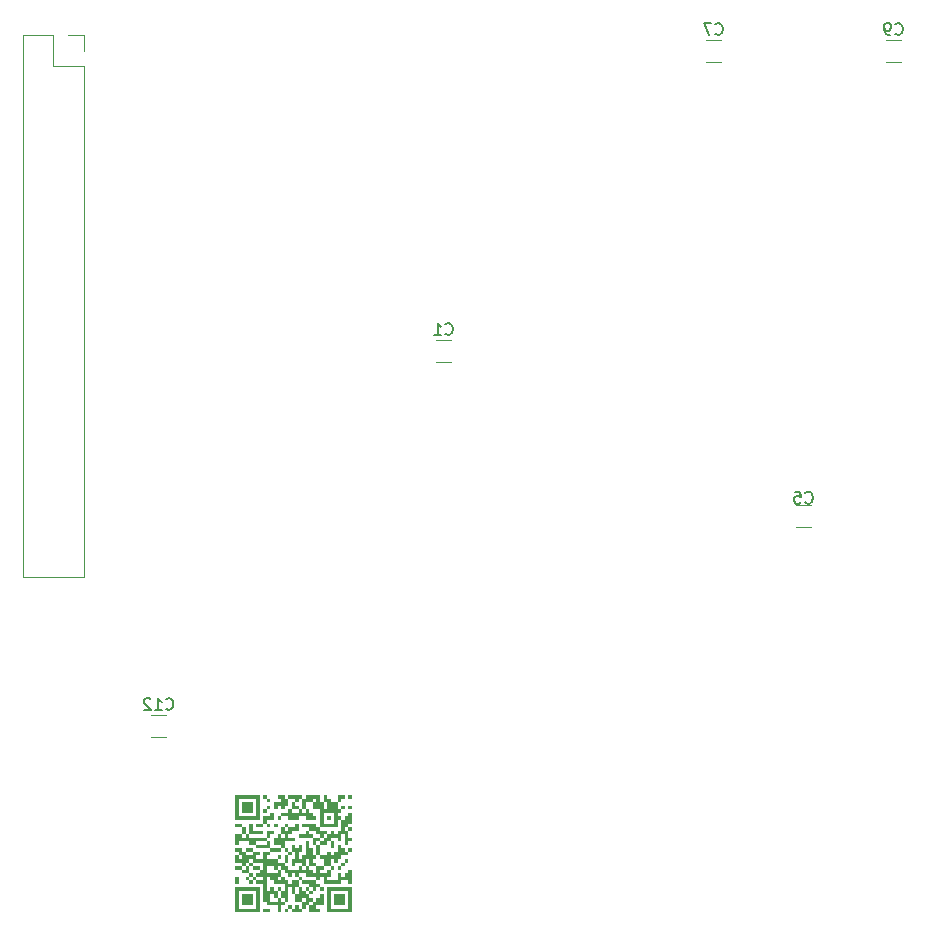
<source format=gbo>
%TF.GenerationSoftware,KiCad,Pcbnew,(5.1.10-0-10_14)*%
%TF.CreationDate,2021-05-11T09:59:00+02:00*%
%TF.ProjectId,Z80_Dev_Board,5a38305f-4465-4765-9f42-6f6172642e6b,rev?*%
%TF.SameCoordinates,Original*%
%TF.FileFunction,Legend,Bot*%
%TF.FilePolarity,Positive*%
%FSLAX46Y46*%
G04 Gerber Fmt 4.6, Leading zero omitted, Abs format (unit mm)*
G04 Created by KiCad (PCBNEW (5.1.10-0-10_14)) date 2021-05-11 09:59:00*
%MOMM*%
%LPD*%
G01*
G04 APERTURE LIST*
%ADD10C,0.100000*%
%ADD11C,0.120000*%
%ADD12C,0.150000*%
G04 APERTURE END LIST*
D10*
G36*
X108380000Y-133555000D02*
G01*
X108380000Y-133855000D01*
X108080000Y-133855000D01*
X108080000Y-133555000D01*
X108380000Y-133555000D01*
G37*
G36*
X108680000Y-133555000D02*
G01*
X108680000Y-133855000D01*
X108380000Y-133855000D01*
X108380000Y-133555000D01*
X108680000Y-133555000D01*
G37*
G36*
X108980000Y-133555000D02*
G01*
X108980000Y-133855000D01*
X108680000Y-133855000D01*
X108680000Y-133555000D01*
X108980000Y-133555000D01*
G37*
G36*
X109280000Y-133555000D02*
G01*
X109280000Y-133855000D01*
X108980000Y-133855000D01*
X108980000Y-133555000D01*
X109280000Y-133555000D01*
G37*
G36*
X109580000Y-133555000D02*
G01*
X109580000Y-133855000D01*
X109280000Y-133855000D01*
X109280000Y-133555000D01*
X109580000Y-133555000D01*
G37*
G36*
X109880000Y-133555000D02*
G01*
X109880000Y-133855000D01*
X109580000Y-133855000D01*
X109580000Y-133555000D01*
X109880000Y-133555000D01*
G37*
G36*
X110180000Y-133555000D02*
G01*
X110180000Y-133855000D01*
X109880000Y-133855000D01*
X109880000Y-133555000D01*
X110180000Y-133555000D01*
G37*
G36*
X110780000Y-133555000D02*
G01*
X110780000Y-133855000D01*
X110480000Y-133855000D01*
X110480000Y-133555000D01*
X110780000Y-133555000D01*
G37*
G36*
X111080000Y-133555000D02*
G01*
X111080000Y-133855000D01*
X110780000Y-133855000D01*
X110780000Y-133555000D01*
X111080000Y-133555000D01*
G37*
G36*
X111980000Y-133555000D02*
G01*
X111980000Y-133855000D01*
X111680000Y-133855000D01*
X111680000Y-133555000D01*
X111980000Y-133555000D01*
G37*
G36*
X112580000Y-133555000D02*
G01*
X112580000Y-133855000D01*
X112280000Y-133855000D01*
X112280000Y-133555000D01*
X112580000Y-133555000D01*
G37*
G36*
X113180000Y-133555000D02*
G01*
X113180000Y-133855000D01*
X112880000Y-133855000D01*
X112880000Y-133555000D01*
X113180000Y-133555000D01*
G37*
G36*
X113480000Y-133555000D02*
G01*
X113480000Y-133855000D01*
X113180000Y-133855000D01*
X113180000Y-133555000D01*
X113480000Y-133555000D01*
G37*
G36*
X113780000Y-133555000D02*
G01*
X113780000Y-133855000D01*
X113480000Y-133855000D01*
X113480000Y-133555000D01*
X113780000Y-133555000D01*
G37*
G36*
X114680000Y-133555000D02*
G01*
X114680000Y-133855000D01*
X114380000Y-133855000D01*
X114380000Y-133555000D01*
X114680000Y-133555000D01*
G37*
G36*
X114980000Y-133555000D02*
G01*
X114980000Y-133855000D01*
X114680000Y-133855000D01*
X114680000Y-133555000D01*
X114980000Y-133555000D01*
G37*
G36*
X115280000Y-133555000D02*
G01*
X115280000Y-133855000D01*
X114980000Y-133855000D01*
X114980000Y-133555000D01*
X115280000Y-133555000D01*
G37*
G36*
X116180000Y-133555000D02*
G01*
X116180000Y-133855000D01*
X115880000Y-133855000D01*
X115880000Y-133555000D01*
X116180000Y-133555000D01*
G37*
G36*
X116480000Y-133555000D02*
G01*
X116480000Y-133855000D01*
X116180000Y-133855000D01*
X116180000Y-133555000D01*
X116480000Y-133555000D01*
G37*
G36*
X116780000Y-133555000D02*
G01*
X116780000Y-133855000D01*
X116480000Y-133855000D01*
X116480000Y-133555000D01*
X116780000Y-133555000D01*
G37*
G36*
X117080000Y-133555000D02*
G01*
X117080000Y-133855000D01*
X116780000Y-133855000D01*
X116780000Y-133555000D01*
X117080000Y-133555000D01*
G37*
G36*
X117380000Y-133555000D02*
G01*
X117380000Y-133855000D01*
X117080000Y-133855000D01*
X117080000Y-133555000D01*
X117380000Y-133555000D01*
G37*
G36*
X117680000Y-133555000D02*
G01*
X117680000Y-133855000D01*
X117380000Y-133855000D01*
X117380000Y-133555000D01*
X117680000Y-133555000D01*
G37*
G36*
X117980000Y-133555000D02*
G01*
X117980000Y-133855000D01*
X117680000Y-133855000D01*
X117680000Y-133555000D01*
X117980000Y-133555000D01*
G37*
G36*
X108380000Y-133255000D02*
G01*
X108380000Y-133555000D01*
X108080000Y-133555000D01*
X108080000Y-133255000D01*
X108380000Y-133255000D01*
G37*
G36*
X110180000Y-133255000D02*
G01*
X110180000Y-133555000D01*
X109880000Y-133555000D01*
X109880000Y-133255000D01*
X110180000Y-133255000D01*
G37*
G36*
X111980000Y-133255000D02*
G01*
X111980000Y-133555000D01*
X111680000Y-133555000D01*
X111680000Y-133255000D01*
X111980000Y-133255000D01*
G37*
G36*
X112880000Y-133255000D02*
G01*
X112880000Y-133555000D01*
X112580000Y-133555000D01*
X112580000Y-133255000D01*
X112880000Y-133255000D01*
G37*
G36*
X113480000Y-133255000D02*
G01*
X113480000Y-133555000D01*
X113180000Y-133555000D01*
X113180000Y-133255000D01*
X113480000Y-133255000D01*
G37*
G36*
X114080000Y-133255000D02*
G01*
X114080000Y-133555000D01*
X113780000Y-133555000D01*
X113780000Y-133255000D01*
X114080000Y-133255000D01*
G37*
G36*
X114680000Y-133255000D02*
G01*
X114680000Y-133555000D01*
X114380000Y-133555000D01*
X114380000Y-133255000D01*
X114680000Y-133255000D01*
G37*
G36*
X114980000Y-133255000D02*
G01*
X114980000Y-133555000D01*
X114680000Y-133555000D01*
X114680000Y-133255000D01*
X114980000Y-133255000D01*
G37*
G36*
X116180000Y-133255000D02*
G01*
X116180000Y-133555000D01*
X115880000Y-133555000D01*
X115880000Y-133255000D01*
X116180000Y-133255000D01*
G37*
G36*
X117980000Y-133255000D02*
G01*
X117980000Y-133555000D01*
X117680000Y-133555000D01*
X117680000Y-133255000D01*
X117980000Y-133255000D01*
G37*
G36*
X108380000Y-132955000D02*
G01*
X108380000Y-133255000D01*
X108080000Y-133255000D01*
X108080000Y-132955000D01*
X108380000Y-132955000D01*
G37*
G36*
X108980000Y-132955000D02*
G01*
X108980000Y-133255000D01*
X108680000Y-133255000D01*
X108680000Y-132955000D01*
X108980000Y-132955000D01*
G37*
G36*
X109280000Y-132955000D02*
G01*
X109280000Y-133255000D01*
X108980000Y-133255000D01*
X108980000Y-132955000D01*
X109280000Y-132955000D01*
G37*
G36*
X109580000Y-132955000D02*
G01*
X109580000Y-133255000D01*
X109280000Y-133255000D01*
X109280000Y-132955000D01*
X109580000Y-132955000D01*
G37*
G36*
X110180000Y-132955000D02*
G01*
X110180000Y-133255000D01*
X109880000Y-133255000D01*
X109880000Y-132955000D01*
X110180000Y-132955000D01*
G37*
G36*
X111080000Y-132955000D02*
G01*
X111080000Y-133255000D01*
X110780000Y-133255000D01*
X110780000Y-132955000D01*
X111080000Y-132955000D01*
G37*
G36*
X111380000Y-132955000D02*
G01*
X111380000Y-133255000D01*
X111080000Y-133255000D01*
X111080000Y-132955000D01*
X111380000Y-132955000D01*
G37*
G36*
X111680000Y-132955000D02*
G01*
X111680000Y-133255000D01*
X111380000Y-133255000D01*
X111380000Y-132955000D01*
X111680000Y-132955000D01*
G37*
G36*
X111980000Y-132955000D02*
G01*
X111980000Y-133255000D01*
X111680000Y-133255000D01*
X111680000Y-132955000D01*
X111980000Y-132955000D01*
G37*
G36*
X112280000Y-132955000D02*
G01*
X112280000Y-133255000D01*
X111980000Y-133255000D01*
X111980000Y-132955000D01*
X112280000Y-132955000D01*
G37*
G36*
X114080000Y-132955000D02*
G01*
X114080000Y-133255000D01*
X113780000Y-133255000D01*
X113780000Y-132955000D01*
X114080000Y-132955000D01*
G37*
G36*
X114380000Y-132955000D02*
G01*
X114380000Y-133255000D01*
X114080000Y-133255000D01*
X114080000Y-132955000D01*
X114380000Y-132955000D01*
G37*
G36*
X114980000Y-132955000D02*
G01*
X114980000Y-133255000D01*
X114680000Y-133255000D01*
X114680000Y-132955000D01*
X114980000Y-132955000D01*
G37*
G36*
X115280000Y-132955000D02*
G01*
X115280000Y-133255000D01*
X114980000Y-133255000D01*
X114980000Y-132955000D01*
X115280000Y-132955000D01*
G37*
G36*
X115580000Y-132955000D02*
G01*
X115580000Y-133255000D01*
X115280000Y-133255000D01*
X115280000Y-132955000D01*
X115580000Y-132955000D01*
G37*
G36*
X116180000Y-132955000D02*
G01*
X116180000Y-133255000D01*
X115880000Y-133255000D01*
X115880000Y-132955000D01*
X116180000Y-132955000D01*
G37*
G36*
X116780000Y-132955000D02*
G01*
X116780000Y-133255000D01*
X116480000Y-133255000D01*
X116480000Y-132955000D01*
X116780000Y-132955000D01*
G37*
G36*
X117080000Y-132955000D02*
G01*
X117080000Y-133255000D01*
X116780000Y-133255000D01*
X116780000Y-132955000D01*
X117080000Y-132955000D01*
G37*
G36*
X117380000Y-132955000D02*
G01*
X117380000Y-133255000D01*
X117080000Y-133255000D01*
X117080000Y-132955000D01*
X117380000Y-132955000D01*
G37*
G36*
X117980000Y-132955000D02*
G01*
X117980000Y-133255000D01*
X117680000Y-133255000D01*
X117680000Y-132955000D01*
X117980000Y-132955000D01*
G37*
G36*
X108380000Y-132655000D02*
G01*
X108380000Y-132955000D01*
X108080000Y-132955000D01*
X108080000Y-132655000D01*
X108380000Y-132655000D01*
G37*
G36*
X108980000Y-132655000D02*
G01*
X108980000Y-132955000D01*
X108680000Y-132955000D01*
X108680000Y-132655000D01*
X108980000Y-132655000D01*
G37*
G36*
X109280000Y-132655000D02*
G01*
X109280000Y-132955000D01*
X108980000Y-132955000D01*
X108980000Y-132655000D01*
X109280000Y-132655000D01*
G37*
G36*
X109580000Y-132655000D02*
G01*
X109580000Y-132955000D01*
X109280000Y-132955000D01*
X109280000Y-132655000D01*
X109580000Y-132655000D01*
G37*
G36*
X110180000Y-132655000D02*
G01*
X110180000Y-132955000D01*
X109880000Y-132955000D01*
X109880000Y-132655000D01*
X110180000Y-132655000D01*
G37*
G36*
X110780000Y-132655000D02*
G01*
X110780000Y-132955000D01*
X110480000Y-132955000D01*
X110480000Y-132655000D01*
X110780000Y-132655000D01*
G37*
G36*
X111080000Y-132655000D02*
G01*
X111080000Y-132955000D01*
X110780000Y-132955000D01*
X110780000Y-132655000D01*
X111080000Y-132655000D01*
G37*
G36*
X111980000Y-132655000D02*
G01*
X111980000Y-132955000D01*
X111680000Y-132955000D01*
X111680000Y-132655000D01*
X111980000Y-132655000D01*
G37*
G36*
X112580000Y-132655000D02*
G01*
X112580000Y-132955000D01*
X112280000Y-132955000D01*
X112280000Y-132655000D01*
X112580000Y-132655000D01*
G37*
G36*
X113480000Y-132655000D02*
G01*
X113480000Y-132955000D01*
X113180000Y-132955000D01*
X113180000Y-132655000D01*
X113480000Y-132655000D01*
G37*
G36*
X113780000Y-132655000D02*
G01*
X113780000Y-132955000D01*
X113480000Y-132955000D01*
X113480000Y-132655000D01*
X113780000Y-132655000D01*
G37*
G36*
X114380000Y-132655000D02*
G01*
X114380000Y-132955000D01*
X114080000Y-132955000D01*
X114080000Y-132655000D01*
X114380000Y-132655000D01*
G37*
G36*
X114680000Y-132655000D02*
G01*
X114680000Y-132955000D01*
X114380000Y-132955000D01*
X114380000Y-132655000D01*
X114680000Y-132655000D01*
G37*
G36*
X115280000Y-132655000D02*
G01*
X115280000Y-132955000D01*
X114980000Y-132955000D01*
X114980000Y-132655000D01*
X115280000Y-132655000D01*
G37*
G36*
X115580000Y-132655000D02*
G01*
X115580000Y-132955000D01*
X115280000Y-132955000D01*
X115280000Y-132655000D01*
X115580000Y-132655000D01*
G37*
G36*
X116180000Y-132655000D02*
G01*
X116180000Y-132955000D01*
X115880000Y-132955000D01*
X115880000Y-132655000D01*
X116180000Y-132655000D01*
G37*
G36*
X116780000Y-132655000D02*
G01*
X116780000Y-132955000D01*
X116480000Y-132955000D01*
X116480000Y-132655000D01*
X116780000Y-132655000D01*
G37*
G36*
X117080000Y-132655000D02*
G01*
X117080000Y-132955000D01*
X116780000Y-132955000D01*
X116780000Y-132655000D01*
X117080000Y-132655000D01*
G37*
G36*
X117380000Y-132655000D02*
G01*
X117380000Y-132955000D01*
X117080000Y-132955000D01*
X117080000Y-132655000D01*
X117380000Y-132655000D01*
G37*
G36*
X117980000Y-132655000D02*
G01*
X117980000Y-132955000D01*
X117680000Y-132955000D01*
X117680000Y-132655000D01*
X117980000Y-132655000D01*
G37*
G36*
X108380000Y-132355000D02*
G01*
X108380000Y-132655000D01*
X108080000Y-132655000D01*
X108080000Y-132355000D01*
X108380000Y-132355000D01*
G37*
G36*
X108980000Y-132355000D02*
G01*
X108980000Y-132655000D01*
X108680000Y-132655000D01*
X108680000Y-132355000D01*
X108980000Y-132355000D01*
G37*
G36*
X109280000Y-132355000D02*
G01*
X109280000Y-132655000D01*
X108980000Y-132655000D01*
X108980000Y-132355000D01*
X109280000Y-132355000D01*
G37*
G36*
X109580000Y-132355000D02*
G01*
X109580000Y-132655000D01*
X109280000Y-132655000D01*
X109280000Y-132355000D01*
X109580000Y-132355000D01*
G37*
G36*
X110180000Y-132355000D02*
G01*
X110180000Y-132655000D01*
X109880000Y-132655000D01*
X109880000Y-132355000D01*
X110180000Y-132355000D01*
G37*
G36*
X110780000Y-132355000D02*
G01*
X110780000Y-132655000D01*
X110480000Y-132655000D01*
X110480000Y-132355000D01*
X110780000Y-132355000D01*
G37*
G36*
X111080000Y-132355000D02*
G01*
X111080000Y-132655000D01*
X110780000Y-132655000D01*
X110780000Y-132355000D01*
X111080000Y-132355000D01*
G37*
G36*
X111680000Y-132355000D02*
G01*
X111680000Y-132655000D01*
X111380000Y-132655000D01*
X111380000Y-132355000D01*
X111680000Y-132355000D01*
G37*
G36*
X112280000Y-132355000D02*
G01*
X112280000Y-132655000D01*
X111980000Y-132655000D01*
X111980000Y-132355000D01*
X112280000Y-132355000D01*
G37*
G36*
X112580000Y-132355000D02*
G01*
X112580000Y-132655000D01*
X112280000Y-132655000D01*
X112280000Y-132355000D01*
X112580000Y-132355000D01*
G37*
G36*
X113480000Y-132355000D02*
G01*
X113480000Y-132655000D01*
X113180000Y-132655000D01*
X113180000Y-132355000D01*
X113480000Y-132355000D01*
G37*
G36*
X113780000Y-132355000D02*
G01*
X113780000Y-132655000D01*
X113480000Y-132655000D01*
X113480000Y-132355000D01*
X113780000Y-132355000D01*
G37*
G36*
X114080000Y-132355000D02*
G01*
X114080000Y-132655000D01*
X113780000Y-132655000D01*
X113780000Y-132355000D01*
X114080000Y-132355000D01*
G37*
G36*
X114380000Y-132355000D02*
G01*
X114380000Y-132655000D01*
X114080000Y-132655000D01*
X114080000Y-132355000D01*
X114380000Y-132355000D01*
G37*
G36*
X115580000Y-132355000D02*
G01*
X115580000Y-132655000D01*
X115280000Y-132655000D01*
X115280000Y-132355000D01*
X115580000Y-132355000D01*
G37*
G36*
X116180000Y-132355000D02*
G01*
X116180000Y-132655000D01*
X115880000Y-132655000D01*
X115880000Y-132355000D01*
X116180000Y-132355000D01*
G37*
G36*
X116780000Y-132355000D02*
G01*
X116780000Y-132655000D01*
X116480000Y-132655000D01*
X116480000Y-132355000D01*
X116780000Y-132355000D01*
G37*
G36*
X117080000Y-132355000D02*
G01*
X117080000Y-132655000D01*
X116780000Y-132655000D01*
X116780000Y-132355000D01*
X117080000Y-132355000D01*
G37*
G36*
X117380000Y-132355000D02*
G01*
X117380000Y-132655000D01*
X117080000Y-132655000D01*
X117080000Y-132355000D01*
X117380000Y-132355000D01*
G37*
G36*
X117980000Y-132355000D02*
G01*
X117980000Y-132655000D01*
X117680000Y-132655000D01*
X117680000Y-132355000D01*
X117980000Y-132355000D01*
G37*
G36*
X108380000Y-132055000D02*
G01*
X108380000Y-132355000D01*
X108080000Y-132355000D01*
X108080000Y-132055000D01*
X108380000Y-132055000D01*
G37*
G36*
X110180000Y-132055000D02*
G01*
X110180000Y-132355000D01*
X109880000Y-132355000D01*
X109880000Y-132055000D01*
X110180000Y-132055000D01*
G37*
G36*
X110780000Y-132055000D02*
G01*
X110780000Y-132355000D01*
X110480000Y-132355000D01*
X110480000Y-132055000D01*
X110780000Y-132055000D01*
G37*
G36*
X111080000Y-132055000D02*
G01*
X111080000Y-132355000D01*
X110780000Y-132355000D01*
X110780000Y-132055000D01*
X111080000Y-132055000D01*
G37*
G36*
X111380000Y-132055000D02*
G01*
X111380000Y-132355000D01*
X111080000Y-132355000D01*
X111080000Y-132055000D01*
X111380000Y-132055000D01*
G37*
G36*
X111680000Y-132055000D02*
G01*
X111680000Y-132355000D01*
X111380000Y-132355000D01*
X111380000Y-132055000D01*
X111680000Y-132055000D01*
G37*
G36*
X112280000Y-132055000D02*
G01*
X112280000Y-132355000D01*
X111980000Y-132355000D01*
X111980000Y-132055000D01*
X112280000Y-132055000D01*
G37*
G36*
X112580000Y-132055000D02*
G01*
X112580000Y-132355000D01*
X112280000Y-132355000D01*
X112280000Y-132055000D01*
X112580000Y-132055000D01*
G37*
G36*
X113180000Y-132055000D02*
G01*
X113180000Y-132355000D01*
X112880000Y-132355000D01*
X112880000Y-132055000D01*
X113180000Y-132055000D01*
G37*
G36*
X113780000Y-132055000D02*
G01*
X113780000Y-132355000D01*
X113480000Y-132355000D01*
X113480000Y-132055000D01*
X113780000Y-132055000D01*
G37*
G36*
X114080000Y-132055000D02*
G01*
X114080000Y-132355000D01*
X113780000Y-132355000D01*
X113780000Y-132055000D01*
X114080000Y-132055000D01*
G37*
G36*
X114680000Y-132055000D02*
G01*
X114680000Y-132355000D01*
X114380000Y-132355000D01*
X114380000Y-132055000D01*
X114680000Y-132055000D01*
G37*
G36*
X116180000Y-132055000D02*
G01*
X116180000Y-132355000D01*
X115880000Y-132355000D01*
X115880000Y-132055000D01*
X116180000Y-132055000D01*
G37*
G36*
X117980000Y-132055000D02*
G01*
X117980000Y-132355000D01*
X117680000Y-132355000D01*
X117680000Y-132055000D01*
X117980000Y-132055000D01*
G37*
G36*
X108380000Y-131755000D02*
G01*
X108380000Y-132055000D01*
X108080000Y-132055000D01*
X108080000Y-131755000D01*
X108380000Y-131755000D01*
G37*
G36*
X108680000Y-131755000D02*
G01*
X108680000Y-132055000D01*
X108380000Y-132055000D01*
X108380000Y-131755000D01*
X108680000Y-131755000D01*
G37*
G36*
X108980000Y-131755000D02*
G01*
X108980000Y-132055000D01*
X108680000Y-132055000D01*
X108680000Y-131755000D01*
X108980000Y-131755000D01*
G37*
G36*
X109280000Y-131755000D02*
G01*
X109280000Y-132055000D01*
X108980000Y-132055000D01*
X108980000Y-131755000D01*
X109280000Y-131755000D01*
G37*
G36*
X109580000Y-131755000D02*
G01*
X109580000Y-132055000D01*
X109280000Y-132055000D01*
X109280000Y-131755000D01*
X109580000Y-131755000D01*
G37*
G36*
X109880000Y-131755000D02*
G01*
X109880000Y-132055000D01*
X109580000Y-132055000D01*
X109580000Y-131755000D01*
X109880000Y-131755000D01*
G37*
G36*
X110180000Y-131755000D02*
G01*
X110180000Y-132055000D01*
X109880000Y-132055000D01*
X109880000Y-131755000D01*
X110180000Y-131755000D01*
G37*
G36*
X110780000Y-131755000D02*
G01*
X110780000Y-132055000D01*
X110480000Y-132055000D01*
X110480000Y-131755000D01*
X110780000Y-131755000D01*
G37*
G36*
X111380000Y-131755000D02*
G01*
X111380000Y-132055000D01*
X111080000Y-132055000D01*
X111080000Y-131755000D01*
X111380000Y-131755000D01*
G37*
G36*
X111980000Y-131755000D02*
G01*
X111980000Y-132055000D01*
X111680000Y-132055000D01*
X111680000Y-131755000D01*
X111980000Y-131755000D01*
G37*
G36*
X112580000Y-131755000D02*
G01*
X112580000Y-132055000D01*
X112280000Y-132055000D01*
X112280000Y-131755000D01*
X112580000Y-131755000D01*
G37*
G36*
X113180000Y-131755000D02*
G01*
X113180000Y-132055000D01*
X112880000Y-132055000D01*
X112880000Y-131755000D01*
X113180000Y-131755000D01*
G37*
G36*
X113780000Y-131755000D02*
G01*
X113780000Y-132055000D01*
X113480000Y-132055000D01*
X113480000Y-131755000D01*
X113780000Y-131755000D01*
G37*
G36*
X114380000Y-131755000D02*
G01*
X114380000Y-132055000D01*
X114080000Y-132055000D01*
X114080000Y-131755000D01*
X114380000Y-131755000D01*
G37*
G36*
X114980000Y-131755000D02*
G01*
X114980000Y-132055000D01*
X114680000Y-132055000D01*
X114680000Y-131755000D01*
X114980000Y-131755000D01*
G37*
G36*
X115580000Y-131755000D02*
G01*
X115580000Y-132055000D01*
X115280000Y-132055000D01*
X115280000Y-131755000D01*
X115580000Y-131755000D01*
G37*
G36*
X116180000Y-131755000D02*
G01*
X116180000Y-132055000D01*
X115880000Y-132055000D01*
X115880000Y-131755000D01*
X116180000Y-131755000D01*
G37*
G36*
X116480000Y-131755000D02*
G01*
X116480000Y-132055000D01*
X116180000Y-132055000D01*
X116180000Y-131755000D01*
X116480000Y-131755000D01*
G37*
G36*
X116780000Y-131755000D02*
G01*
X116780000Y-132055000D01*
X116480000Y-132055000D01*
X116480000Y-131755000D01*
X116780000Y-131755000D01*
G37*
G36*
X117080000Y-131755000D02*
G01*
X117080000Y-132055000D01*
X116780000Y-132055000D01*
X116780000Y-131755000D01*
X117080000Y-131755000D01*
G37*
G36*
X117380000Y-131755000D02*
G01*
X117380000Y-132055000D01*
X117080000Y-132055000D01*
X117080000Y-131755000D01*
X117380000Y-131755000D01*
G37*
G36*
X117680000Y-131755000D02*
G01*
X117680000Y-132055000D01*
X117380000Y-132055000D01*
X117380000Y-131755000D01*
X117680000Y-131755000D01*
G37*
G36*
X117980000Y-131755000D02*
G01*
X117980000Y-132055000D01*
X117680000Y-132055000D01*
X117680000Y-131755000D01*
X117980000Y-131755000D01*
G37*
G36*
X110780000Y-131455000D02*
G01*
X110780000Y-131755000D01*
X110480000Y-131755000D01*
X110480000Y-131455000D01*
X110780000Y-131455000D01*
G37*
G36*
X112580000Y-131455000D02*
G01*
X112580000Y-131755000D01*
X112280000Y-131755000D01*
X112280000Y-131455000D01*
X112580000Y-131455000D01*
G37*
G36*
X112880000Y-131455000D02*
G01*
X112880000Y-131755000D01*
X112580000Y-131755000D01*
X112580000Y-131455000D01*
X112880000Y-131455000D01*
G37*
G36*
X113180000Y-131455000D02*
G01*
X113180000Y-131755000D01*
X112880000Y-131755000D01*
X112880000Y-131455000D01*
X113180000Y-131455000D01*
G37*
G36*
X113480000Y-131455000D02*
G01*
X113480000Y-131755000D01*
X113180000Y-131755000D01*
X113180000Y-131455000D01*
X113480000Y-131455000D01*
G37*
G36*
X114680000Y-131455000D02*
G01*
X114680000Y-131755000D01*
X114380000Y-131755000D01*
X114380000Y-131455000D01*
X114680000Y-131455000D01*
G37*
G36*
X114980000Y-131455000D02*
G01*
X114980000Y-131755000D01*
X114680000Y-131755000D01*
X114680000Y-131455000D01*
X114980000Y-131455000D01*
G37*
G36*
X115280000Y-131455000D02*
G01*
X115280000Y-131755000D01*
X114980000Y-131755000D01*
X114980000Y-131455000D01*
X115280000Y-131455000D01*
G37*
G36*
X108380000Y-131155000D02*
G01*
X108380000Y-131455000D01*
X108080000Y-131455000D01*
X108080000Y-131155000D01*
X108380000Y-131155000D01*
G37*
G36*
X109580000Y-131155000D02*
G01*
X109580000Y-131455000D01*
X109280000Y-131455000D01*
X109280000Y-131155000D01*
X109580000Y-131155000D01*
G37*
G36*
X110180000Y-131155000D02*
G01*
X110180000Y-131455000D01*
X109880000Y-131455000D01*
X109880000Y-131155000D01*
X110180000Y-131155000D01*
G37*
G36*
X110480000Y-131155000D02*
G01*
X110480000Y-131455000D01*
X110180000Y-131455000D01*
X110180000Y-131155000D01*
X110480000Y-131155000D01*
G37*
G36*
X110780000Y-131155000D02*
G01*
X110780000Y-131455000D01*
X110480000Y-131455000D01*
X110480000Y-131155000D01*
X110780000Y-131155000D01*
G37*
G36*
X111680000Y-131155000D02*
G01*
X111680000Y-131455000D01*
X111380000Y-131455000D01*
X111380000Y-131155000D01*
X111680000Y-131155000D01*
G37*
G36*
X111980000Y-131155000D02*
G01*
X111980000Y-131455000D01*
X111680000Y-131455000D01*
X111680000Y-131155000D01*
X111980000Y-131155000D01*
G37*
G36*
X112280000Y-131155000D02*
G01*
X112280000Y-131455000D01*
X111980000Y-131455000D01*
X111980000Y-131155000D01*
X112280000Y-131155000D01*
G37*
G36*
X112580000Y-131155000D02*
G01*
X112580000Y-131455000D01*
X112280000Y-131455000D01*
X112280000Y-131155000D01*
X112580000Y-131155000D01*
G37*
G36*
X113180000Y-131155000D02*
G01*
X113180000Y-131455000D01*
X112880000Y-131455000D01*
X112880000Y-131155000D01*
X113180000Y-131155000D01*
G37*
G36*
X113480000Y-131155000D02*
G01*
X113480000Y-131455000D01*
X113180000Y-131455000D01*
X113180000Y-131155000D01*
X113480000Y-131155000D01*
G37*
G36*
X114080000Y-131155000D02*
G01*
X114080000Y-131455000D01*
X113780000Y-131455000D01*
X113780000Y-131155000D01*
X114080000Y-131155000D01*
G37*
G36*
X114380000Y-131155000D02*
G01*
X114380000Y-131455000D01*
X114080000Y-131455000D01*
X114080000Y-131155000D01*
X114380000Y-131155000D01*
G37*
G36*
X114680000Y-131155000D02*
G01*
X114680000Y-131455000D01*
X114380000Y-131455000D01*
X114380000Y-131155000D01*
X114680000Y-131155000D01*
G37*
G36*
X114980000Y-131155000D02*
G01*
X114980000Y-131455000D01*
X114680000Y-131455000D01*
X114680000Y-131155000D01*
X114980000Y-131155000D01*
G37*
G36*
X115880000Y-131155000D02*
G01*
X115880000Y-131455000D01*
X115580000Y-131455000D01*
X115580000Y-131155000D01*
X115880000Y-131155000D01*
G37*
G36*
X116180000Y-131155000D02*
G01*
X116180000Y-131455000D01*
X115880000Y-131455000D01*
X115880000Y-131155000D01*
X116180000Y-131155000D01*
G37*
G36*
X116480000Y-131155000D02*
G01*
X116480000Y-131455000D01*
X116180000Y-131455000D01*
X116180000Y-131155000D01*
X116480000Y-131155000D01*
G37*
G36*
X116780000Y-131155000D02*
G01*
X116780000Y-131455000D01*
X116480000Y-131455000D01*
X116480000Y-131155000D01*
X116780000Y-131155000D01*
G37*
G36*
X117080000Y-131155000D02*
G01*
X117080000Y-131455000D01*
X116780000Y-131455000D01*
X116780000Y-131155000D01*
X117080000Y-131155000D01*
G37*
G36*
X117980000Y-131155000D02*
G01*
X117980000Y-131455000D01*
X117680000Y-131455000D01*
X117680000Y-131155000D01*
X117980000Y-131155000D01*
G37*
G36*
X108380000Y-130855000D02*
G01*
X108380000Y-131155000D01*
X108080000Y-131155000D01*
X108080000Y-130855000D01*
X108380000Y-130855000D01*
G37*
G36*
X109280000Y-130855000D02*
G01*
X109280000Y-131155000D01*
X108980000Y-131155000D01*
X108980000Y-130855000D01*
X109280000Y-130855000D01*
G37*
G36*
X109880000Y-130855000D02*
G01*
X109880000Y-131155000D01*
X109580000Y-131155000D01*
X109580000Y-130855000D01*
X109880000Y-130855000D01*
G37*
G36*
X110780000Y-130855000D02*
G01*
X110780000Y-131155000D01*
X110480000Y-131155000D01*
X110480000Y-130855000D01*
X110780000Y-130855000D01*
G37*
G36*
X111380000Y-130855000D02*
G01*
X111380000Y-131155000D01*
X111080000Y-131155000D01*
X111080000Y-130855000D01*
X111380000Y-130855000D01*
G37*
G36*
X111680000Y-130855000D02*
G01*
X111680000Y-131155000D01*
X111380000Y-131155000D01*
X111380000Y-130855000D01*
X111680000Y-130855000D01*
G37*
G36*
X112280000Y-130855000D02*
G01*
X112280000Y-131155000D01*
X111980000Y-131155000D01*
X111980000Y-130855000D01*
X112280000Y-130855000D01*
G37*
G36*
X113780000Y-130855000D02*
G01*
X113780000Y-131155000D01*
X113480000Y-131155000D01*
X113480000Y-130855000D01*
X113780000Y-130855000D01*
G37*
G36*
X115280000Y-130855000D02*
G01*
X115280000Y-131155000D01*
X114980000Y-131155000D01*
X114980000Y-130855000D01*
X115280000Y-130855000D01*
G37*
G36*
X115880000Y-130855000D02*
G01*
X115880000Y-131155000D01*
X115580000Y-131155000D01*
X115580000Y-130855000D01*
X115880000Y-130855000D01*
G37*
G36*
X117080000Y-130855000D02*
G01*
X117080000Y-131155000D01*
X116780000Y-131155000D01*
X116780000Y-130855000D01*
X117080000Y-130855000D01*
G37*
G36*
X117380000Y-130855000D02*
G01*
X117380000Y-131155000D01*
X117080000Y-131155000D01*
X117080000Y-130855000D01*
X117380000Y-130855000D01*
G37*
G36*
X117680000Y-130855000D02*
G01*
X117680000Y-131155000D01*
X117380000Y-131155000D01*
X117380000Y-130855000D01*
X117680000Y-130855000D01*
G37*
G36*
X117980000Y-130855000D02*
G01*
X117980000Y-131155000D01*
X117680000Y-131155000D01*
X117680000Y-130855000D01*
X117980000Y-130855000D01*
G37*
G36*
X109580000Y-130555000D02*
G01*
X109580000Y-130855000D01*
X109280000Y-130855000D01*
X109280000Y-130555000D01*
X109580000Y-130555000D01*
G37*
G36*
X110180000Y-130555000D02*
G01*
X110180000Y-130855000D01*
X109880000Y-130855000D01*
X109880000Y-130555000D01*
X110180000Y-130555000D01*
G37*
G36*
X110480000Y-130555000D02*
G01*
X110480000Y-130855000D01*
X110180000Y-130855000D01*
X110180000Y-130555000D01*
X110480000Y-130555000D01*
G37*
G36*
X110780000Y-130555000D02*
G01*
X110780000Y-130855000D01*
X110480000Y-130855000D01*
X110480000Y-130555000D01*
X110780000Y-130555000D01*
G37*
G36*
X111080000Y-130555000D02*
G01*
X111080000Y-130855000D01*
X110780000Y-130855000D01*
X110780000Y-130555000D01*
X111080000Y-130555000D01*
G37*
G36*
X111380000Y-130555000D02*
G01*
X111380000Y-130855000D01*
X111080000Y-130855000D01*
X111080000Y-130555000D01*
X111380000Y-130555000D01*
G37*
G36*
X111680000Y-130555000D02*
G01*
X111680000Y-130855000D01*
X111380000Y-130855000D01*
X111380000Y-130555000D01*
X111680000Y-130555000D01*
G37*
G36*
X111980000Y-130555000D02*
G01*
X111980000Y-130855000D01*
X111680000Y-130855000D01*
X111680000Y-130555000D01*
X111980000Y-130555000D01*
G37*
G36*
X112880000Y-130555000D02*
G01*
X112880000Y-130855000D01*
X112580000Y-130855000D01*
X112580000Y-130555000D01*
X112880000Y-130555000D01*
G37*
G36*
X113480000Y-130555000D02*
G01*
X113480000Y-130855000D01*
X113180000Y-130855000D01*
X113180000Y-130555000D01*
X113480000Y-130555000D01*
G37*
G36*
X114380000Y-130555000D02*
G01*
X114380000Y-130855000D01*
X114080000Y-130855000D01*
X114080000Y-130555000D01*
X114380000Y-130555000D01*
G37*
G36*
X114680000Y-130555000D02*
G01*
X114680000Y-130855000D01*
X114380000Y-130855000D01*
X114380000Y-130555000D01*
X114680000Y-130555000D01*
G37*
G36*
X114980000Y-130555000D02*
G01*
X114980000Y-130855000D01*
X114680000Y-130855000D01*
X114680000Y-130555000D01*
X114980000Y-130555000D01*
G37*
G36*
X115280000Y-130555000D02*
G01*
X115280000Y-130855000D01*
X114980000Y-130855000D01*
X114980000Y-130555000D01*
X115280000Y-130555000D01*
G37*
G36*
X115580000Y-130555000D02*
G01*
X115580000Y-130855000D01*
X115280000Y-130855000D01*
X115280000Y-130555000D01*
X115580000Y-130555000D01*
G37*
G36*
X115880000Y-130555000D02*
G01*
X115880000Y-130855000D01*
X115580000Y-130855000D01*
X115580000Y-130555000D01*
X115880000Y-130555000D01*
G37*
G36*
X116180000Y-130555000D02*
G01*
X116180000Y-130855000D01*
X115880000Y-130855000D01*
X115880000Y-130555000D01*
X116180000Y-130555000D01*
G37*
G36*
X117080000Y-130555000D02*
G01*
X117080000Y-130855000D01*
X116780000Y-130855000D01*
X116780000Y-130555000D01*
X117080000Y-130555000D01*
G37*
G36*
X117680000Y-130555000D02*
G01*
X117680000Y-130855000D01*
X117380000Y-130855000D01*
X117380000Y-130555000D01*
X117680000Y-130555000D01*
G37*
G36*
X117980000Y-130555000D02*
G01*
X117980000Y-130855000D01*
X117680000Y-130855000D01*
X117680000Y-130555000D01*
X117980000Y-130555000D01*
G37*
G36*
X108980000Y-130255000D02*
G01*
X108980000Y-130555000D01*
X108680000Y-130555000D01*
X108680000Y-130255000D01*
X108980000Y-130255000D01*
G37*
G36*
X109280000Y-130255000D02*
G01*
X109280000Y-130555000D01*
X108980000Y-130555000D01*
X108980000Y-130255000D01*
X109280000Y-130255000D01*
G37*
G36*
X110480000Y-130255000D02*
G01*
X110480000Y-130555000D01*
X110180000Y-130555000D01*
X110180000Y-130255000D01*
X110480000Y-130255000D01*
G37*
G36*
X110780000Y-130255000D02*
G01*
X110780000Y-130555000D01*
X110480000Y-130555000D01*
X110480000Y-130255000D01*
X110780000Y-130255000D01*
G37*
G36*
X111980000Y-130255000D02*
G01*
X111980000Y-130555000D01*
X111680000Y-130555000D01*
X111680000Y-130255000D01*
X111980000Y-130255000D01*
G37*
G36*
X112580000Y-130255000D02*
G01*
X112580000Y-130555000D01*
X112280000Y-130555000D01*
X112280000Y-130255000D01*
X112580000Y-130255000D01*
G37*
G36*
X112880000Y-130255000D02*
G01*
X112880000Y-130555000D01*
X112580000Y-130555000D01*
X112580000Y-130255000D01*
X112880000Y-130255000D01*
G37*
G36*
X113180000Y-130255000D02*
G01*
X113180000Y-130555000D01*
X112880000Y-130555000D01*
X112880000Y-130255000D01*
X113180000Y-130255000D01*
G37*
G36*
X113480000Y-130255000D02*
G01*
X113480000Y-130555000D01*
X113180000Y-130555000D01*
X113180000Y-130255000D01*
X113480000Y-130255000D01*
G37*
G36*
X113780000Y-130255000D02*
G01*
X113780000Y-130555000D01*
X113480000Y-130555000D01*
X113480000Y-130255000D01*
X113780000Y-130255000D01*
G37*
G36*
X114080000Y-130255000D02*
G01*
X114080000Y-130555000D01*
X113780000Y-130555000D01*
X113780000Y-130255000D01*
X114080000Y-130255000D01*
G37*
G36*
X114380000Y-130255000D02*
G01*
X114380000Y-130555000D01*
X114080000Y-130555000D01*
X114080000Y-130255000D01*
X114380000Y-130255000D01*
G37*
G36*
X114680000Y-130255000D02*
G01*
X114680000Y-130555000D01*
X114380000Y-130555000D01*
X114380000Y-130255000D01*
X114680000Y-130255000D01*
G37*
G36*
X115280000Y-130255000D02*
G01*
X115280000Y-130555000D01*
X114980000Y-130555000D01*
X114980000Y-130255000D01*
X115280000Y-130255000D01*
G37*
G36*
X116180000Y-130255000D02*
G01*
X116180000Y-130555000D01*
X115880000Y-130555000D01*
X115880000Y-130255000D01*
X116180000Y-130255000D01*
G37*
G36*
X117980000Y-130255000D02*
G01*
X117980000Y-130555000D01*
X117680000Y-130555000D01*
X117680000Y-130255000D01*
X117980000Y-130255000D01*
G37*
G36*
X108380000Y-129955000D02*
G01*
X108380000Y-130255000D01*
X108080000Y-130255000D01*
X108080000Y-129955000D01*
X108380000Y-129955000D01*
G37*
G36*
X108680000Y-129955000D02*
G01*
X108680000Y-130255000D01*
X108380000Y-130255000D01*
X108380000Y-129955000D01*
X108680000Y-129955000D01*
G37*
G36*
X109280000Y-129955000D02*
G01*
X109280000Y-130255000D01*
X108980000Y-130255000D01*
X108980000Y-129955000D01*
X109280000Y-129955000D01*
G37*
G36*
X109880000Y-129955000D02*
G01*
X109880000Y-130255000D01*
X109580000Y-130255000D01*
X109580000Y-129955000D01*
X109880000Y-129955000D01*
G37*
G36*
X110180000Y-129955000D02*
G01*
X110180000Y-130255000D01*
X109880000Y-130255000D01*
X109880000Y-129955000D01*
X110180000Y-129955000D01*
G37*
G36*
X110780000Y-129955000D02*
G01*
X110780000Y-130255000D01*
X110480000Y-130255000D01*
X110480000Y-129955000D01*
X110780000Y-129955000D01*
G37*
G36*
X111680000Y-129955000D02*
G01*
X111680000Y-130255000D01*
X111380000Y-130255000D01*
X111380000Y-129955000D01*
X111680000Y-129955000D01*
G37*
G36*
X112280000Y-129955000D02*
G01*
X112280000Y-130255000D01*
X111980000Y-130255000D01*
X111980000Y-129955000D01*
X112280000Y-129955000D01*
G37*
G36*
X112580000Y-129955000D02*
G01*
X112580000Y-130255000D01*
X112280000Y-130255000D01*
X112280000Y-129955000D01*
X112580000Y-129955000D01*
G37*
G36*
X113780000Y-129955000D02*
G01*
X113780000Y-130255000D01*
X113480000Y-130255000D01*
X113480000Y-129955000D01*
X113780000Y-129955000D01*
G37*
G36*
X114380000Y-129955000D02*
G01*
X114380000Y-130255000D01*
X114080000Y-130255000D01*
X114080000Y-129955000D01*
X114380000Y-129955000D01*
G37*
G36*
X115280000Y-129955000D02*
G01*
X115280000Y-130255000D01*
X114980000Y-130255000D01*
X114980000Y-129955000D01*
X115280000Y-129955000D01*
G37*
G36*
X115580000Y-129955000D02*
G01*
X115580000Y-130255000D01*
X115280000Y-130255000D01*
X115280000Y-129955000D01*
X115580000Y-129955000D01*
G37*
G36*
X116480000Y-129955000D02*
G01*
X116480000Y-130255000D01*
X116180000Y-130255000D01*
X116180000Y-129955000D01*
X116480000Y-129955000D01*
G37*
G36*
X117080000Y-129955000D02*
G01*
X117080000Y-130255000D01*
X116780000Y-130255000D01*
X116780000Y-129955000D01*
X117080000Y-129955000D01*
G37*
G36*
X108980000Y-129655000D02*
G01*
X108980000Y-129955000D01*
X108680000Y-129955000D01*
X108680000Y-129655000D01*
X108980000Y-129655000D01*
G37*
G36*
X109580000Y-129655000D02*
G01*
X109580000Y-129955000D01*
X109280000Y-129955000D01*
X109280000Y-129655000D01*
X109580000Y-129655000D01*
G37*
G36*
X110780000Y-129655000D02*
G01*
X110780000Y-129955000D01*
X110480000Y-129955000D01*
X110480000Y-129655000D01*
X110780000Y-129655000D01*
G37*
G36*
X111080000Y-129655000D02*
G01*
X111080000Y-129955000D01*
X110780000Y-129955000D01*
X110780000Y-129655000D01*
X111080000Y-129655000D01*
G37*
G36*
X111380000Y-129655000D02*
G01*
X111380000Y-129955000D01*
X111080000Y-129955000D01*
X111080000Y-129655000D01*
X111380000Y-129655000D01*
G37*
G36*
X111680000Y-129655000D02*
G01*
X111680000Y-129955000D01*
X111380000Y-129955000D01*
X111380000Y-129655000D01*
X111680000Y-129655000D01*
G37*
G36*
X111980000Y-129655000D02*
G01*
X111980000Y-129955000D01*
X111680000Y-129955000D01*
X111680000Y-129655000D01*
X111980000Y-129655000D01*
G37*
G36*
X112280000Y-129655000D02*
G01*
X112280000Y-129955000D01*
X111980000Y-129955000D01*
X111980000Y-129655000D01*
X112280000Y-129655000D01*
G37*
G36*
X113180000Y-129655000D02*
G01*
X113180000Y-129955000D01*
X112880000Y-129955000D01*
X112880000Y-129655000D01*
X113180000Y-129655000D01*
G37*
G36*
X114080000Y-129655000D02*
G01*
X114080000Y-129955000D01*
X113780000Y-129955000D01*
X113780000Y-129655000D01*
X114080000Y-129655000D01*
G37*
G36*
X114680000Y-129655000D02*
G01*
X114680000Y-129955000D01*
X114380000Y-129955000D01*
X114380000Y-129655000D01*
X114680000Y-129655000D01*
G37*
G36*
X114980000Y-129655000D02*
G01*
X114980000Y-129955000D01*
X114680000Y-129955000D01*
X114680000Y-129655000D01*
X114980000Y-129655000D01*
G37*
G36*
X115880000Y-129655000D02*
G01*
X115880000Y-129955000D01*
X115580000Y-129955000D01*
X115580000Y-129655000D01*
X115880000Y-129655000D01*
G37*
G36*
X116180000Y-129655000D02*
G01*
X116180000Y-129955000D01*
X115880000Y-129955000D01*
X115880000Y-129655000D01*
X116180000Y-129655000D01*
G37*
G36*
X117380000Y-129655000D02*
G01*
X117380000Y-129955000D01*
X117080000Y-129955000D01*
X117080000Y-129655000D01*
X117380000Y-129655000D01*
G37*
G36*
X108380000Y-129355000D02*
G01*
X108380000Y-129655000D01*
X108080000Y-129655000D01*
X108080000Y-129355000D01*
X108380000Y-129355000D01*
G37*
G36*
X108680000Y-129355000D02*
G01*
X108680000Y-129655000D01*
X108380000Y-129655000D01*
X108380000Y-129355000D01*
X108680000Y-129355000D01*
G37*
G36*
X108980000Y-129355000D02*
G01*
X108980000Y-129655000D01*
X108680000Y-129655000D01*
X108680000Y-129355000D01*
X108980000Y-129355000D01*
G37*
G36*
X109280000Y-129355000D02*
G01*
X109280000Y-129655000D01*
X108980000Y-129655000D01*
X108980000Y-129355000D01*
X109280000Y-129355000D01*
G37*
G36*
X109880000Y-129355000D02*
G01*
X109880000Y-129655000D01*
X109580000Y-129655000D01*
X109580000Y-129355000D01*
X109880000Y-129355000D01*
G37*
G36*
X110180000Y-129355000D02*
G01*
X110180000Y-129655000D01*
X109880000Y-129655000D01*
X109880000Y-129355000D01*
X110180000Y-129355000D01*
G37*
G36*
X110480000Y-129355000D02*
G01*
X110480000Y-129655000D01*
X110180000Y-129655000D01*
X110180000Y-129355000D01*
X110480000Y-129355000D01*
G37*
G36*
X110780000Y-129355000D02*
G01*
X110780000Y-129655000D01*
X110480000Y-129655000D01*
X110480000Y-129355000D01*
X110780000Y-129355000D01*
G37*
G36*
X111080000Y-129355000D02*
G01*
X111080000Y-129655000D01*
X110780000Y-129655000D01*
X110780000Y-129355000D01*
X111080000Y-129355000D01*
G37*
G36*
X111380000Y-129355000D02*
G01*
X111380000Y-129655000D01*
X111080000Y-129655000D01*
X111080000Y-129355000D01*
X111380000Y-129355000D01*
G37*
G36*
X111680000Y-129355000D02*
G01*
X111680000Y-129655000D01*
X111380000Y-129655000D01*
X111380000Y-129355000D01*
X111680000Y-129355000D01*
G37*
G36*
X112580000Y-129355000D02*
G01*
X112580000Y-129655000D01*
X112280000Y-129655000D01*
X112280000Y-129355000D01*
X112580000Y-129355000D01*
G37*
G36*
X113180000Y-129355000D02*
G01*
X113180000Y-129655000D01*
X112880000Y-129655000D01*
X112880000Y-129355000D01*
X113180000Y-129355000D01*
G37*
G36*
X113480000Y-129355000D02*
G01*
X113480000Y-129655000D01*
X113180000Y-129655000D01*
X113180000Y-129355000D01*
X113480000Y-129355000D01*
G37*
G36*
X113780000Y-129355000D02*
G01*
X113780000Y-129655000D01*
X113480000Y-129655000D01*
X113480000Y-129355000D01*
X113780000Y-129355000D01*
G37*
G36*
X114080000Y-129355000D02*
G01*
X114080000Y-129655000D01*
X113780000Y-129655000D01*
X113780000Y-129355000D01*
X114080000Y-129355000D01*
G37*
G36*
X114680000Y-129355000D02*
G01*
X114680000Y-129655000D01*
X114380000Y-129655000D01*
X114380000Y-129355000D01*
X114680000Y-129355000D01*
G37*
G36*
X115880000Y-129355000D02*
G01*
X115880000Y-129655000D01*
X115580000Y-129655000D01*
X115580000Y-129355000D01*
X115880000Y-129355000D01*
G37*
G36*
X116180000Y-129355000D02*
G01*
X116180000Y-129655000D01*
X115880000Y-129655000D01*
X115880000Y-129355000D01*
X116180000Y-129355000D01*
G37*
G36*
X116780000Y-129355000D02*
G01*
X116780000Y-129655000D01*
X116480000Y-129655000D01*
X116480000Y-129355000D01*
X116780000Y-129355000D01*
G37*
G36*
X117680000Y-129355000D02*
G01*
X117680000Y-129655000D01*
X117380000Y-129655000D01*
X117380000Y-129355000D01*
X117680000Y-129355000D01*
G37*
G36*
X108380000Y-129055000D02*
G01*
X108380000Y-129355000D01*
X108080000Y-129355000D01*
X108080000Y-129055000D01*
X108380000Y-129055000D01*
G37*
G36*
X108980000Y-129055000D02*
G01*
X108980000Y-129355000D01*
X108680000Y-129355000D01*
X108680000Y-129055000D01*
X108980000Y-129055000D01*
G37*
G36*
X109280000Y-129055000D02*
G01*
X109280000Y-129355000D01*
X108980000Y-129355000D01*
X108980000Y-129055000D01*
X109280000Y-129055000D01*
G37*
G36*
X109580000Y-129055000D02*
G01*
X109580000Y-129355000D01*
X109280000Y-129355000D01*
X109280000Y-129055000D01*
X109580000Y-129055000D01*
G37*
G36*
X109880000Y-129055000D02*
G01*
X109880000Y-129355000D01*
X109580000Y-129355000D01*
X109580000Y-129055000D01*
X109880000Y-129055000D01*
G37*
G36*
X110780000Y-129055000D02*
G01*
X110780000Y-129355000D01*
X110480000Y-129355000D01*
X110480000Y-129055000D01*
X110780000Y-129055000D01*
G37*
G36*
X111980000Y-129055000D02*
G01*
X111980000Y-129355000D01*
X111680000Y-129355000D01*
X111680000Y-129055000D01*
X111980000Y-129055000D01*
G37*
G36*
X112580000Y-129055000D02*
G01*
X112580000Y-129355000D01*
X112280000Y-129355000D01*
X112280000Y-129055000D01*
X112580000Y-129055000D01*
G37*
G36*
X113480000Y-129055000D02*
G01*
X113480000Y-129355000D01*
X113180000Y-129355000D01*
X113180000Y-129055000D01*
X113480000Y-129055000D01*
G37*
G36*
X114080000Y-129055000D02*
G01*
X114080000Y-129355000D01*
X113780000Y-129355000D01*
X113780000Y-129055000D01*
X114080000Y-129055000D01*
G37*
G36*
X114380000Y-129055000D02*
G01*
X114380000Y-129355000D01*
X114080000Y-129355000D01*
X114080000Y-129055000D01*
X114380000Y-129055000D01*
G37*
G36*
X114680000Y-129055000D02*
G01*
X114680000Y-129355000D01*
X114380000Y-129355000D01*
X114380000Y-129055000D01*
X114680000Y-129055000D01*
G37*
G36*
X114980000Y-129055000D02*
G01*
X114980000Y-129355000D01*
X114680000Y-129355000D01*
X114680000Y-129055000D01*
X114980000Y-129055000D01*
G37*
G36*
X115580000Y-129055000D02*
G01*
X115580000Y-129355000D01*
X115280000Y-129355000D01*
X115280000Y-129055000D01*
X115580000Y-129055000D01*
G37*
G36*
X115880000Y-129055000D02*
G01*
X115880000Y-129355000D01*
X115580000Y-129355000D01*
X115580000Y-129055000D01*
X115880000Y-129055000D01*
G37*
G36*
X116180000Y-129055000D02*
G01*
X116180000Y-129355000D01*
X115880000Y-129355000D01*
X115880000Y-129055000D01*
X116180000Y-129055000D01*
G37*
G36*
X116480000Y-129055000D02*
G01*
X116480000Y-129355000D01*
X116180000Y-129355000D01*
X116180000Y-129055000D01*
X116480000Y-129055000D01*
G37*
G36*
X116780000Y-129055000D02*
G01*
X116780000Y-129355000D01*
X116480000Y-129355000D01*
X116480000Y-129055000D01*
X116780000Y-129055000D01*
G37*
G36*
X117080000Y-129055000D02*
G01*
X117080000Y-129355000D01*
X116780000Y-129355000D01*
X116780000Y-129055000D01*
X117080000Y-129055000D01*
G37*
G36*
X108680000Y-128755000D02*
G01*
X108680000Y-129055000D01*
X108380000Y-129055000D01*
X108380000Y-128755000D01*
X108680000Y-128755000D01*
G37*
G36*
X108980000Y-128755000D02*
G01*
X108980000Y-129055000D01*
X108680000Y-129055000D01*
X108680000Y-128755000D01*
X108980000Y-128755000D01*
G37*
G36*
X109880000Y-128755000D02*
G01*
X109880000Y-129055000D01*
X109580000Y-129055000D01*
X109580000Y-128755000D01*
X109880000Y-128755000D01*
G37*
G36*
X110180000Y-128755000D02*
G01*
X110180000Y-129055000D01*
X109880000Y-129055000D01*
X109880000Y-128755000D01*
X110180000Y-128755000D01*
G37*
G36*
X110780000Y-128755000D02*
G01*
X110780000Y-129055000D01*
X110480000Y-129055000D01*
X110480000Y-128755000D01*
X110780000Y-128755000D01*
G37*
G36*
X111080000Y-128755000D02*
G01*
X111080000Y-129055000D01*
X110780000Y-129055000D01*
X110780000Y-128755000D01*
X111080000Y-128755000D01*
G37*
G36*
X112880000Y-128755000D02*
G01*
X112880000Y-129055000D01*
X112580000Y-129055000D01*
X112580000Y-128755000D01*
X112880000Y-128755000D01*
G37*
G36*
X113480000Y-128755000D02*
G01*
X113480000Y-129055000D01*
X113180000Y-129055000D01*
X113180000Y-128755000D01*
X113480000Y-128755000D01*
G37*
G36*
X114380000Y-128755000D02*
G01*
X114380000Y-129055000D01*
X114080000Y-129055000D01*
X114080000Y-128755000D01*
X114380000Y-128755000D01*
G37*
G36*
X114680000Y-128755000D02*
G01*
X114680000Y-129055000D01*
X114380000Y-129055000D01*
X114380000Y-128755000D01*
X114680000Y-128755000D01*
G37*
G36*
X115280000Y-128755000D02*
G01*
X115280000Y-129055000D01*
X114980000Y-129055000D01*
X114980000Y-128755000D01*
X115280000Y-128755000D01*
G37*
G36*
X116180000Y-128755000D02*
G01*
X116180000Y-129055000D01*
X115880000Y-129055000D01*
X115880000Y-128755000D01*
X116180000Y-128755000D01*
G37*
G36*
X116780000Y-128755000D02*
G01*
X116780000Y-129055000D01*
X116480000Y-129055000D01*
X116480000Y-128755000D01*
X116780000Y-128755000D01*
G37*
G36*
X117080000Y-128755000D02*
G01*
X117080000Y-129055000D01*
X116780000Y-129055000D01*
X116780000Y-128755000D01*
X117080000Y-128755000D01*
G37*
G36*
X117380000Y-128755000D02*
G01*
X117380000Y-129055000D01*
X117080000Y-129055000D01*
X117080000Y-128755000D01*
X117380000Y-128755000D01*
G37*
G36*
X117680000Y-128755000D02*
G01*
X117680000Y-129055000D01*
X117380000Y-129055000D01*
X117380000Y-128755000D01*
X117680000Y-128755000D01*
G37*
G36*
X108380000Y-128455000D02*
G01*
X108380000Y-128755000D01*
X108080000Y-128755000D01*
X108080000Y-128455000D01*
X108380000Y-128455000D01*
G37*
G36*
X108680000Y-128455000D02*
G01*
X108680000Y-128755000D01*
X108380000Y-128755000D01*
X108380000Y-128455000D01*
X108680000Y-128455000D01*
G37*
G36*
X109280000Y-128455000D02*
G01*
X109280000Y-128755000D01*
X108980000Y-128755000D01*
X108980000Y-128455000D01*
X109280000Y-128455000D01*
G37*
G36*
X109580000Y-128455000D02*
G01*
X109580000Y-128755000D01*
X109280000Y-128755000D01*
X109280000Y-128455000D01*
X109580000Y-128455000D01*
G37*
G36*
X111380000Y-128455000D02*
G01*
X111380000Y-128755000D01*
X111080000Y-128755000D01*
X111080000Y-128455000D01*
X111380000Y-128455000D01*
G37*
G36*
X111680000Y-128455000D02*
G01*
X111680000Y-128755000D01*
X111380000Y-128755000D01*
X111380000Y-128455000D01*
X111680000Y-128455000D01*
G37*
G36*
X111980000Y-128455000D02*
G01*
X111980000Y-128755000D01*
X111680000Y-128755000D01*
X111680000Y-128455000D01*
X111980000Y-128455000D01*
G37*
G36*
X112580000Y-128455000D02*
G01*
X112580000Y-128755000D01*
X112280000Y-128755000D01*
X112280000Y-128455000D01*
X112580000Y-128455000D01*
G37*
G36*
X113180000Y-128455000D02*
G01*
X113180000Y-128755000D01*
X112880000Y-128755000D01*
X112880000Y-128455000D01*
X113180000Y-128455000D01*
G37*
G36*
X113480000Y-128455000D02*
G01*
X113480000Y-128755000D01*
X113180000Y-128755000D01*
X113180000Y-128455000D01*
X113480000Y-128455000D01*
G37*
G36*
X113780000Y-128455000D02*
G01*
X113780000Y-128755000D01*
X113480000Y-128755000D01*
X113480000Y-128455000D01*
X113780000Y-128455000D01*
G37*
G36*
X114380000Y-128455000D02*
G01*
X114380000Y-128755000D01*
X114080000Y-128755000D01*
X114080000Y-128455000D01*
X114380000Y-128455000D01*
G37*
G36*
X114680000Y-128455000D02*
G01*
X114680000Y-128755000D01*
X114380000Y-128755000D01*
X114380000Y-128455000D01*
X114680000Y-128455000D01*
G37*
G36*
X115280000Y-128455000D02*
G01*
X115280000Y-128755000D01*
X114980000Y-128755000D01*
X114980000Y-128455000D01*
X115280000Y-128455000D01*
G37*
G36*
X117080000Y-128455000D02*
G01*
X117080000Y-128755000D01*
X116780000Y-128755000D01*
X116780000Y-128455000D01*
X117080000Y-128455000D01*
G37*
G36*
X117380000Y-128455000D02*
G01*
X117380000Y-128755000D01*
X117080000Y-128755000D01*
X117080000Y-128455000D01*
X117380000Y-128455000D01*
G37*
G36*
X117980000Y-128455000D02*
G01*
X117980000Y-128755000D01*
X117680000Y-128755000D01*
X117680000Y-128455000D01*
X117980000Y-128455000D01*
G37*
G36*
X110180000Y-128155000D02*
G01*
X110180000Y-128455000D01*
X109880000Y-128455000D01*
X109880000Y-128155000D01*
X110180000Y-128155000D01*
G37*
G36*
X110480000Y-128155000D02*
G01*
X110480000Y-128455000D01*
X110180000Y-128455000D01*
X110180000Y-128155000D01*
X110480000Y-128155000D01*
G37*
G36*
X110780000Y-128155000D02*
G01*
X110780000Y-128455000D01*
X110480000Y-128455000D01*
X110480000Y-128155000D01*
X110780000Y-128155000D01*
G37*
G36*
X111080000Y-128155000D02*
G01*
X111080000Y-128455000D01*
X110780000Y-128455000D01*
X110780000Y-128155000D01*
X111080000Y-128155000D01*
G37*
G36*
X112280000Y-128155000D02*
G01*
X112280000Y-128455000D01*
X111980000Y-128455000D01*
X111980000Y-128155000D01*
X112280000Y-128155000D01*
G37*
G36*
X113180000Y-128155000D02*
G01*
X113180000Y-128455000D01*
X112880000Y-128455000D01*
X112880000Y-128155000D01*
X113180000Y-128155000D01*
G37*
G36*
X113780000Y-128155000D02*
G01*
X113780000Y-128455000D01*
X113480000Y-128455000D01*
X113480000Y-128155000D01*
X113780000Y-128155000D01*
G37*
G36*
X114380000Y-128155000D02*
G01*
X114380000Y-128455000D01*
X114080000Y-128455000D01*
X114080000Y-128155000D01*
X114380000Y-128155000D01*
G37*
G36*
X115280000Y-128155000D02*
G01*
X115280000Y-128455000D01*
X114980000Y-128455000D01*
X114980000Y-128155000D01*
X115280000Y-128155000D01*
G37*
G36*
X116480000Y-128155000D02*
G01*
X116480000Y-128455000D01*
X116180000Y-128455000D01*
X116180000Y-128155000D01*
X116480000Y-128155000D01*
G37*
G36*
X117080000Y-128155000D02*
G01*
X117080000Y-128455000D01*
X116780000Y-128455000D01*
X116780000Y-128155000D01*
X117080000Y-128155000D01*
G37*
G36*
X108380000Y-127855000D02*
G01*
X108380000Y-128155000D01*
X108080000Y-128155000D01*
X108080000Y-127855000D01*
X108380000Y-127855000D01*
G37*
G36*
X109580000Y-127855000D02*
G01*
X109580000Y-128155000D01*
X109280000Y-128155000D01*
X109280000Y-127855000D01*
X109580000Y-127855000D01*
G37*
G36*
X109880000Y-127855000D02*
G01*
X109880000Y-128155000D01*
X109580000Y-128155000D01*
X109580000Y-127855000D01*
X109880000Y-127855000D01*
G37*
G36*
X111080000Y-127855000D02*
G01*
X111080000Y-128155000D01*
X110780000Y-128155000D01*
X110780000Y-127855000D01*
X111080000Y-127855000D01*
G37*
G36*
X111680000Y-127855000D02*
G01*
X111680000Y-128155000D01*
X111380000Y-128155000D01*
X111380000Y-127855000D01*
X111680000Y-127855000D01*
G37*
G36*
X111980000Y-127855000D02*
G01*
X111980000Y-128155000D01*
X111680000Y-128155000D01*
X111680000Y-127855000D01*
X111980000Y-127855000D01*
G37*
G36*
X112280000Y-127855000D02*
G01*
X112280000Y-128155000D01*
X111980000Y-128155000D01*
X111980000Y-127855000D01*
X112280000Y-127855000D01*
G37*
G36*
X114380000Y-127855000D02*
G01*
X114380000Y-128155000D01*
X114080000Y-128155000D01*
X114080000Y-127855000D01*
X114380000Y-127855000D01*
G37*
G36*
X114980000Y-127855000D02*
G01*
X114980000Y-128155000D01*
X114680000Y-128155000D01*
X114680000Y-127855000D01*
X114980000Y-127855000D01*
G37*
G36*
X115580000Y-127855000D02*
G01*
X115580000Y-128155000D01*
X115280000Y-128155000D01*
X115280000Y-127855000D01*
X115580000Y-127855000D01*
G37*
G36*
X115880000Y-127855000D02*
G01*
X115880000Y-128155000D01*
X115580000Y-128155000D01*
X115580000Y-127855000D01*
X115880000Y-127855000D01*
G37*
G36*
X116480000Y-127855000D02*
G01*
X116480000Y-128155000D01*
X116180000Y-128155000D01*
X116180000Y-127855000D01*
X116480000Y-127855000D01*
G37*
G36*
X117680000Y-127855000D02*
G01*
X117680000Y-128155000D01*
X117380000Y-128155000D01*
X117380000Y-127855000D01*
X117680000Y-127855000D01*
G37*
G36*
X108380000Y-127555000D02*
G01*
X108380000Y-127855000D01*
X108080000Y-127855000D01*
X108080000Y-127555000D01*
X108380000Y-127555000D01*
G37*
G36*
X108680000Y-127555000D02*
G01*
X108680000Y-127855000D01*
X108380000Y-127855000D01*
X108380000Y-127555000D01*
X108680000Y-127555000D01*
G37*
G36*
X108980000Y-127555000D02*
G01*
X108980000Y-127855000D01*
X108680000Y-127855000D01*
X108680000Y-127555000D01*
X108980000Y-127555000D01*
G37*
G36*
X109280000Y-127555000D02*
G01*
X109280000Y-127855000D01*
X108980000Y-127855000D01*
X108980000Y-127555000D01*
X109280000Y-127555000D01*
G37*
G36*
X109580000Y-127555000D02*
G01*
X109580000Y-127855000D01*
X109280000Y-127855000D01*
X109280000Y-127555000D01*
X109580000Y-127555000D01*
G37*
G36*
X109880000Y-127555000D02*
G01*
X109880000Y-127855000D01*
X109580000Y-127855000D01*
X109580000Y-127555000D01*
X109880000Y-127555000D01*
G37*
G36*
X110180000Y-127555000D02*
G01*
X110180000Y-127855000D01*
X109880000Y-127855000D01*
X109880000Y-127555000D01*
X110180000Y-127555000D01*
G37*
G36*
X110480000Y-127555000D02*
G01*
X110480000Y-127855000D01*
X110180000Y-127855000D01*
X110180000Y-127555000D01*
X110480000Y-127555000D01*
G37*
G36*
X110780000Y-127555000D02*
G01*
X110780000Y-127855000D01*
X110480000Y-127855000D01*
X110480000Y-127555000D01*
X110780000Y-127555000D01*
G37*
G36*
X111680000Y-127555000D02*
G01*
X111680000Y-127855000D01*
X111380000Y-127855000D01*
X111380000Y-127555000D01*
X111680000Y-127555000D01*
G37*
G36*
X111980000Y-127555000D02*
G01*
X111980000Y-127855000D01*
X111680000Y-127855000D01*
X111680000Y-127555000D01*
X111980000Y-127555000D01*
G37*
G36*
X112280000Y-127555000D02*
G01*
X112280000Y-127855000D01*
X111980000Y-127855000D01*
X111980000Y-127555000D01*
X112280000Y-127555000D01*
G37*
G36*
X112580000Y-127555000D02*
G01*
X112580000Y-127855000D01*
X112280000Y-127855000D01*
X112280000Y-127555000D01*
X112580000Y-127555000D01*
G37*
G36*
X112880000Y-127555000D02*
G01*
X112880000Y-127855000D01*
X112580000Y-127855000D01*
X112580000Y-127555000D01*
X112880000Y-127555000D01*
G37*
G36*
X113180000Y-127555000D02*
G01*
X113180000Y-127855000D01*
X112880000Y-127855000D01*
X112880000Y-127555000D01*
X113180000Y-127555000D01*
G37*
G36*
X114980000Y-127555000D02*
G01*
X114980000Y-127855000D01*
X114680000Y-127855000D01*
X114680000Y-127555000D01*
X114980000Y-127555000D01*
G37*
G36*
X115280000Y-127555000D02*
G01*
X115280000Y-127855000D01*
X114980000Y-127855000D01*
X114980000Y-127555000D01*
X115280000Y-127555000D01*
G37*
G36*
X115880000Y-127555000D02*
G01*
X115880000Y-127855000D01*
X115580000Y-127855000D01*
X115580000Y-127555000D01*
X115880000Y-127555000D01*
G37*
G36*
X116180000Y-127555000D02*
G01*
X116180000Y-127855000D01*
X115880000Y-127855000D01*
X115880000Y-127555000D01*
X116180000Y-127555000D01*
G37*
G36*
X117080000Y-127555000D02*
G01*
X117080000Y-127855000D01*
X116780000Y-127855000D01*
X116780000Y-127555000D01*
X117080000Y-127555000D01*
G37*
G36*
X117680000Y-127555000D02*
G01*
X117680000Y-127855000D01*
X117380000Y-127855000D01*
X117380000Y-127555000D01*
X117680000Y-127555000D01*
G37*
G36*
X117980000Y-127555000D02*
G01*
X117980000Y-127855000D01*
X117680000Y-127855000D01*
X117680000Y-127555000D01*
X117980000Y-127555000D01*
G37*
G36*
X108380000Y-127255000D02*
G01*
X108380000Y-127555000D01*
X108080000Y-127555000D01*
X108080000Y-127255000D01*
X108380000Y-127255000D01*
G37*
G36*
X108680000Y-127255000D02*
G01*
X108680000Y-127555000D01*
X108380000Y-127555000D01*
X108380000Y-127255000D01*
X108680000Y-127255000D01*
G37*
G36*
X109280000Y-127255000D02*
G01*
X109280000Y-127555000D01*
X108980000Y-127555000D01*
X108980000Y-127255000D01*
X109280000Y-127255000D01*
G37*
G36*
X111080000Y-127255000D02*
G01*
X111080000Y-127555000D01*
X110780000Y-127555000D01*
X110780000Y-127255000D01*
X111080000Y-127255000D01*
G37*
G36*
X111980000Y-127255000D02*
G01*
X111980000Y-127555000D01*
X111680000Y-127555000D01*
X111680000Y-127255000D01*
X111980000Y-127255000D01*
G37*
G36*
X112580000Y-127255000D02*
G01*
X112580000Y-127555000D01*
X112280000Y-127555000D01*
X112280000Y-127255000D01*
X112580000Y-127255000D01*
G37*
G36*
X113780000Y-127255000D02*
G01*
X113780000Y-127555000D01*
X113480000Y-127555000D01*
X113480000Y-127255000D01*
X113780000Y-127255000D01*
G37*
G36*
X114080000Y-127255000D02*
G01*
X114080000Y-127555000D01*
X113780000Y-127555000D01*
X113780000Y-127255000D01*
X114080000Y-127255000D01*
G37*
G36*
X114380000Y-127255000D02*
G01*
X114380000Y-127555000D01*
X114080000Y-127555000D01*
X114080000Y-127255000D01*
X114380000Y-127255000D01*
G37*
G36*
X114680000Y-127255000D02*
G01*
X114680000Y-127555000D01*
X114380000Y-127555000D01*
X114380000Y-127255000D01*
X114680000Y-127255000D01*
G37*
G36*
X115580000Y-127255000D02*
G01*
X115580000Y-127555000D01*
X115280000Y-127555000D01*
X115280000Y-127255000D01*
X115580000Y-127255000D01*
G37*
G36*
X116180000Y-127255000D02*
G01*
X116180000Y-127555000D01*
X115880000Y-127555000D01*
X115880000Y-127255000D01*
X116180000Y-127255000D01*
G37*
G36*
X116480000Y-127255000D02*
G01*
X116480000Y-127555000D01*
X116180000Y-127555000D01*
X116180000Y-127255000D01*
X116480000Y-127255000D01*
G37*
G36*
X116780000Y-127255000D02*
G01*
X116780000Y-127555000D01*
X116480000Y-127555000D01*
X116480000Y-127255000D01*
X116780000Y-127255000D01*
G37*
G36*
X117080000Y-127255000D02*
G01*
X117080000Y-127555000D01*
X116780000Y-127555000D01*
X116780000Y-127255000D01*
X117080000Y-127255000D01*
G37*
G36*
X117680000Y-127255000D02*
G01*
X117680000Y-127555000D01*
X117380000Y-127555000D01*
X117380000Y-127255000D01*
X117680000Y-127255000D01*
G37*
G36*
X108980000Y-126955000D02*
G01*
X108980000Y-127255000D01*
X108680000Y-127255000D01*
X108680000Y-126955000D01*
X108980000Y-126955000D01*
G37*
G36*
X109580000Y-126955000D02*
G01*
X109580000Y-127255000D01*
X109280000Y-127255000D01*
X109280000Y-126955000D01*
X109580000Y-126955000D01*
G37*
G36*
X109880000Y-126955000D02*
G01*
X109880000Y-127255000D01*
X109580000Y-127255000D01*
X109580000Y-126955000D01*
X109880000Y-126955000D01*
G37*
G36*
X110180000Y-126955000D02*
G01*
X110180000Y-127255000D01*
X109880000Y-127255000D01*
X109880000Y-126955000D01*
X110180000Y-126955000D01*
G37*
G36*
X110480000Y-126955000D02*
G01*
X110480000Y-127255000D01*
X110180000Y-127255000D01*
X110180000Y-126955000D01*
X110480000Y-126955000D01*
G37*
G36*
X111080000Y-126955000D02*
G01*
X111080000Y-127255000D01*
X110780000Y-127255000D01*
X110780000Y-126955000D01*
X111080000Y-126955000D01*
G37*
G36*
X111380000Y-126955000D02*
G01*
X111380000Y-127255000D01*
X111080000Y-127255000D01*
X111080000Y-126955000D01*
X111380000Y-126955000D01*
G37*
G36*
X112280000Y-126955000D02*
G01*
X112280000Y-127255000D01*
X111980000Y-127255000D01*
X111980000Y-126955000D01*
X112280000Y-126955000D01*
G37*
G36*
X112580000Y-126955000D02*
G01*
X112580000Y-127255000D01*
X112280000Y-127255000D01*
X112280000Y-126955000D01*
X112580000Y-126955000D01*
G37*
G36*
X112880000Y-126955000D02*
G01*
X112880000Y-127255000D01*
X112580000Y-127255000D01*
X112580000Y-126955000D01*
X112880000Y-126955000D01*
G37*
G36*
X114380000Y-126955000D02*
G01*
X114380000Y-127255000D01*
X114080000Y-127255000D01*
X114080000Y-126955000D01*
X114380000Y-126955000D01*
G37*
G36*
X115280000Y-126955000D02*
G01*
X115280000Y-127255000D01*
X114980000Y-127255000D01*
X114980000Y-126955000D01*
X115280000Y-126955000D01*
G37*
G36*
X115580000Y-126955000D02*
G01*
X115580000Y-127255000D01*
X115280000Y-127255000D01*
X115280000Y-126955000D01*
X115580000Y-126955000D01*
G37*
G36*
X115880000Y-126955000D02*
G01*
X115880000Y-127255000D01*
X115580000Y-127255000D01*
X115580000Y-126955000D01*
X115880000Y-126955000D01*
G37*
G36*
X116480000Y-126955000D02*
G01*
X116480000Y-127255000D01*
X116180000Y-127255000D01*
X116180000Y-126955000D01*
X116480000Y-126955000D01*
G37*
G36*
X117080000Y-126955000D02*
G01*
X117080000Y-127255000D01*
X116780000Y-127255000D01*
X116780000Y-126955000D01*
X117080000Y-126955000D01*
G37*
G36*
X117380000Y-126955000D02*
G01*
X117380000Y-127255000D01*
X117080000Y-127255000D01*
X117080000Y-126955000D01*
X117380000Y-126955000D01*
G37*
G36*
X117680000Y-126955000D02*
G01*
X117680000Y-127255000D01*
X117380000Y-127255000D01*
X117380000Y-126955000D01*
X117680000Y-126955000D01*
G37*
G36*
X108980000Y-126655000D02*
G01*
X108980000Y-126955000D01*
X108680000Y-126955000D01*
X108680000Y-126655000D01*
X108980000Y-126655000D01*
G37*
G36*
X109580000Y-126655000D02*
G01*
X109580000Y-126955000D01*
X109280000Y-126955000D01*
X109280000Y-126655000D01*
X109580000Y-126655000D01*
G37*
G36*
X112280000Y-126655000D02*
G01*
X112280000Y-126955000D01*
X111980000Y-126955000D01*
X111980000Y-126655000D01*
X112280000Y-126655000D01*
G37*
G36*
X112880000Y-126655000D02*
G01*
X112880000Y-126955000D01*
X112580000Y-126955000D01*
X112580000Y-126655000D01*
X112880000Y-126655000D01*
G37*
G36*
X113180000Y-126655000D02*
G01*
X113180000Y-126955000D01*
X112880000Y-126955000D01*
X112880000Y-126655000D01*
X113180000Y-126655000D01*
G37*
G36*
X113480000Y-126655000D02*
G01*
X113480000Y-126955000D01*
X113180000Y-126955000D01*
X113180000Y-126655000D01*
X113480000Y-126655000D01*
G37*
G36*
X114680000Y-126655000D02*
G01*
X114680000Y-126955000D01*
X114380000Y-126955000D01*
X114380000Y-126655000D01*
X114680000Y-126655000D01*
G37*
G36*
X114980000Y-126655000D02*
G01*
X114980000Y-126955000D01*
X114680000Y-126955000D01*
X114680000Y-126655000D01*
X114980000Y-126655000D01*
G37*
G36*
X115280000Y-126655000D02*
G01*
X115280000Y-126955000D01*
X114980000Y-126955000D01*
X114980000Y-126655000D01*
X115280000Y-126655000D01*
G37*
G36*
X117380000Y-126655000D02*
G01*
X117380000Y-126955000D01*
X117080000Y-126955000D01*
X117080000Y-126655000D01*
X117380000Y-126655000D01*
G37*
G36*
X117980000Y-126655000D02*
G01*
X117980000Y-126955000D01*
X117680000Y-126955000D01*
X117680000Y-126655000D01*
X117980000Y-126655000D01*
G37*
G36*
X108380000Y-126355000D02*
G01*
X108380000Y-126655000D01*
X108080000Y-126655000D01*
X108080000Y-126355000D01*
X108380000Y-126355000D01*
G37*
G36*
X108680000Y-126355000D02*
G01*
X108680000Y-126655000D01*
X108380000Y-126655000D01*
X108380000Y-126355000D01*
X108680000Y-126355000D01*
G37*
G36*
X109580000Y-126355000D02*
G01*
X109580000Y-126655000D01*
X109280000Y-126655000D01*
X109280000Y-126355000D01*
X109580000Y-126355000D01*
G37*
G36*
X110180000Y-126355000D02*
G01*
X110180000Y-126655000D01*
X109880000Y-126655000D01*
X109880000Y-126355000D01*
X110180000Y-126355000D01*
G37*
G36*
X110480000Y-126355000D02*
G01*
X110480000Y-126655000D01*
X110180000Y-126655000D01*
X110180000Y-126355000D01*
X110480000Y-126355000D01*
G37*
G36*
X111080000Y-126355000D02*
G01*
X111080000Y-126655000D01*
X110780000Y-126655000D01*
X110780000Y-126355000D01*
X111080000Y-126355000D01*
G37*
G36*
X111680000Y-126355000D02*
G01*
X111680000Y-126655000D01*
X111380000Y-126655000D01*
X111380000Y-126355000D01*
X111680000Y-126355000D01*
G37*
G36*
X112580000Y-126355000D02*
G01*
X112580000Y-126655000D01*
X112280000Y-126655000D01*
X112280000Y-126355000D01*
X112580000Y-126355000D01*
G37*
G36*
X113480000Y-126355000D02*
G01*
X113480000Y-126655000D01*
X113180000Y-126655000D01*
X113180000Y-126355000D01*
X113480000Y-126355000D01*
G37*
G36*
X114080000Y-126355000D02*
G01*
X114080000Y-126655000D01*
X113780000Y-126655000D01*
X113780000Y-126355000D01*
X114080000Y-126355000D01*
G37*
G36*
X114380000Y-126355000D02*
G01*
X114380000Y-126655000D01*
X114080000Y-126655000D01*
X114080000Y-126355000D01*
X114380000Y-126355000D01*
G37*
G36*
X114680000Y-126355000D02*
G01*
X114680000Y-126655000D01*
X114380000Y-126655000D01*
X114380000Y-126355000D01*
X114680000Y-126355000D01*
G37*
G36*
X114980000Y-126355000D02*
G01*
X114980000Y-126655000D01*
X114680000Y-126655000D01*
X114680000Y-126355000D01*
X114980000Y-126355000D01*
G37*
G36*
X115580000Y-126355000D02*
G01*
X115580000Y-126655000D01*
X115280000Y-126655000D01*
X115280000Y-126355000D01*
X115580000Y-126355000D01*
G37*
G36*
X115880000Y-126355000D02*
G01*
X115880000Y-126655000D01*
X115580000Y-126655000D01*
X115580000Y-126355000D01*
X115880000Y-126355000D01*
G37*
G36*
X116180000Y-126355000D02*
G01*
X116180000Y-126655000D01*
X115880000Y-126655000D01*
X115880000Y-126355000D01*
X116180000Y-126355000D01*
G37*
G36*
X116480000Y-126355000D02*
G01*
X116480000Y-126655000D01*
X116180000Y-126655000D01*
X116180000Y-126355000D01*
X116480000Y-126355000D01*
G37*
G36*
X116780000Y-126355000D02*
G01*
X116780000Y-126655000D01*
X116480000Y-126655000D01*
X116480000Y-126355000D01*
X116780000Y-126355000D01*
G37*
G36*
X117380000Y-126355000D02*
G01*
X117380000Y-126655000D01*
X117080000Y-126655000D01*
X117080000Y-126355000D01*
X117380000Y-126355000D01*
G37*
G36*
X117680000Y-126355000D02*
G01*
X117680000Y-126655000D01*
X117380000Y-126655000D01*
X117380000Y-126355000D01*
X117680000Y-126355000D01*
G37*
G36*
X110780000Y-126055000D02*
G01*
X110780000Y-126355000D01*
X110480000Y-126355000D01*
X110480000Y-126055000D01*
X110780000Y-126055000D01*
G37*
G36*
X115580000Y-126055000D02*
G01*
X115580000Y-126355000D01*
X115280000Y-126355000D01*
X115280000Y-126055000D01*
X115580000Y-126055000D01*
G37*
G36*
X116780000Y-126055000D02*
G01*
X116780000Y-126355000D01*
X116480000Y-126355000D01*
X116480000Y-126055000D01*
X116780000Y-126055000D01*
G37*
G36*
X117380000Y-126055000D02*
G01*
X117380000Y-126355000D01*
X117080000Y-126355000D01*
X117080000Y-126055000D01*
X117380000Y-126055000D01*
G37*
G36*
X117680000Y-126055000D02*
G01*
X117680000Y-126355000D01*
X117380000Y-126355000D01*
X117380000Y-126055000D01*
X117680000Y-126055000D01*
G37*
G36*
X117980000Y-126055000D02*
G01*
X117980000Y-126355000D01*
X117680000Y-126355000D01*
X117680000Y-126055000D01*
X117980000Y-126055000D01*
G37*
G36*
X108380000Y-125755000D02*
G01*
X108380000Y-126055000D01*
X108080000Y-126055000D01*
X108080000Y-125755000D01*
X108380000Y-125755000D01*
G37*
G36*
X108680000Y-125755000D02*
G01*
X108680000Y-126055000D01*
X108380000Y-126055000D01*
X108380000Y-125755000D01*
X108680000Y-125755000D01*
G37*
G36*
X108980000Y-125755000D02*
G01*
X108980000Y-126055000D01*
X108680000Y-126055000D01*
X108680000Y-125755000D01*
X108980000Y-125755000D01*
G37*
G36*
X109280000Y-125755000D02*
G01*
X109280000Y-126055000D01*
X108980000Y-126055000D01*
X108980000Y-125755000D01*
X109280000Y-125755000D01*
G37*
G36*
X109580000Y-125755000D02*
G01*
X109580000Y-126055000D01*
X109280000Y-126055000D01*
X109280000Y-125755000D01*
X109580000Y-125755000D01*
G37*
G36*
X109880000Y-125755000D02*
G01*
X109880000Y-126055000D01*
X109580000Y-126055000D01*
X109580000Y-125755000D01*
X109880000Y-125755000D01*
G37*
G36*
X110180000Y-125755000D02*
G01*
X110180000Y-126055000D01*
X109880000Y-126055000D01*
X109880000Y-125755000D01*
X110180000Y-125755000D01*
G37*
G36*
X110780000Y-125755000D02*
G01*
X110780000Y-126055000D01*
X110480000Y-126055000D01*
X110480000Y-125755000D01*
X110780000Y-125755000D01*
G37*
G36*
X111080000Y-125755000D02*
G01*
X111080000Y-126055000D01*
X110780000Y-126055000D01*
X110780000Y-125755000D01*
X111080000Y-125755000D01*
G37*
G36*
X111380000Y-125755000D02*
G01*
X111380000Y-126055000D01*
X111080000Y-126055000D01*
X111080000Y-125755000D01*
X111380000Y-125755000D01*
G37*
G36*
X111980000Y-125755000D02*
G01*
X111980000Y-126055000D01*
X111680000Y-126055000D01*
X111680000Y-125755000D01*
X111980000Y-125755000D01*
G37*
G36*
X112880000Y-125755000D02*
G01*
X112880000Y-126055000D01*
X112580000Y-126055000D01*
X112580000Y-125755000D01*
X112880000Y-125755000D01*
G37*
G36*
X113180000Y-125755000D02*
G01*
X113180000Y-126055000D01*
X112880000Y-126055000D01*
X112880000Y-125755000D01*
X113180000Y-125755000D01*
G37*
G36*
X113480000Y-125755000D02*
G01*
X113480000Y-126055000D01*
X113180000Y-126055000D01*
X113180000Y-125755000D01*
X113480000Y-125755000D01*
G37*
G36*
X114380000Y-125755000D02*
G01*
X114380000Y-126055000D01*
X114080000Y-126055000D01*
X114080000Y-125755000D01*
X114380000Y-125755000D01*
G37*
G36*
X114680000Y-125755000D02*
G01*
X114680000Y-126055000D01*
X114380000Y-126055000D01*
X114380000Y-125755000D01*
X114680000Y-125755000D01*
G37*
G36*
X114980000Y-125755000D02*
G01*
X114980000Y-126055000D01*
X114680000Y-126055000D01*
X114680000Y-125755000D01*
X114980000Y-125755000D01*
G37*
G36*
X115580000Y-125755000D02*
G01*
X115580000Y-126055000D01*
X115280000Y-126055000D01*
X115280000Y-125755000D01*
X115580000Y-125755000D01*
G37*
G36*
X116180000Y-125755000D02*
G01*
X116180000Y-126055000D01*
X115880000Y-126055000D01*
X115880000Y-125755000D01*
X116180000Y-125755000D01*
G37*
G36*
X116780000Y-125755000D02*
G01*
X116780000Y-126055000D01*
X116480000Y-126055000D01*
X116480000Y-125755000D01*
X116780000Y-125755000D01*
G37*
G36*
X117080000Y-125755000D02*
G01*
X117080000Y-126055000D01*
X116780000Y-126055000D01*
X116780000Y-125755000D01*
X117080000Y-125755000D01*
G37*
G36*
X117680000Y-125755000D02*
G01*
X117680000Y-126055000D01*
X117380000Y-126055000D01*
X117380000Y-125755000D01*
X117680000Y-125755000D01*
G37*
G36*
X117980000Y-125755000D02*
G01*
X117980000Y-126055000D01*
X117680000Y-126055000D01*
X117680000Y-125755000D01*
X117980000Y-125755000D01*
G37*
G36*
X108380000Y-125455000D02*
G01*
X108380000Y-125755000D01*
X108080000Y-125755000D01*
X108080000Y-125455000D01*
X108380000Y-125455000D01*
G37*
G36*
X110180000Y-125455000D02*
G01*
X110180000Y-125755000D01*
X109880000Y-125755000D01*
X109880000Y-125455000D01*
X110180000Y-125455000D01*
G37*
G36*
X111380000Y-125455000D02*
G01*
X111380000Y-125755000D01*
X111080000Y-125755000D01*
X111080000Y-125455000D01*
X111380000Y-125455000D01*
G37*
G36*
X112280000Y-125455000D02*
G01*
X112280000Y-125755000D01*
X111980000Y-125755000D01*
X111980000Y-125455000D01*
X112280000Y-125455000D01*
G37*
G36*
X112580000Y-125455000D02*
G01*
X112580000Y-125755000D01*
X112280000Y-125755000D01*
X112280000Y-125455000D01*
X112580000Y-125455000D01*
G37*
G36*
X112880000Y-125455000D02*
G01*
X112880000Y-125755000D01*
X112580000Y-125755000D01*
X112580000Y-125455000D01*
X112880000Y-125455000D01*
G37*
G36*
X113180000Y-125455000D02*
G01*
X113180000Y-125755000D01*
X112880000Y-125755000D01*
X112880000Y-125455000D01*
X113180000Y-125455000D01*
G37*
G36*
X113480000Y-125455000D02*
G01*
X113480000Y-125755000D01*
X113180000Y-125755000D01*
X113180000Y-125455000D01*
X113480000Y-125455000D01*
G37*
G36*
X113780000Y-125455000D02*
G01*
X113780000Y-125755000D01*
X113480000Y-125755000D01*
X113480000Y-125455000D01*
X113780000Y-125455000D01*
G37*
G36*
X114080000Y-125455000D02*
G01*
X114080000Y-125755000D01*
X113780000Y-125755000D01*
X113780000Y-125455000D01*
X114080000Y-125455000D01*
G37*
G36*
X114380000Y-125455000D02*
G01*
X114380000Y-125755000D01*
X114080000Y-125755000D01*
X114080000Y-125455000D01*
X114380000Y-125455000D01*
G37*
G36*
X114680000Y-125455000D02*
G01*
X114680000Y-125755000D01*
X114380000Y-125755000D01*
X114380000Y-125455000D01*
X114680000Y-125455000D01*
G37*
G36*
X115580000Y-125455000D02*
G01*
X115580000Y-125755000D01*
X115280000Y-125755000D01*
X115280000Y-125455000D01*
X115580000Y-125455000D01*
G37*
G36*
X116780000Y-125455000D02*
G01*
X116780000Y-125755000D01*
X116480000Y-125755000D01*
X116480000Y-125455000D01*
X116780000Y-125455000D01*
G37*
G36*
X117980000Y-125455000D02*
G01*
X117980000Y-125755000D01*
X117680000Y-125755000D01*
X117680000Y-125455000D01*
X117980000Y-125455000D01*
G37*
G36*
X108380000Y-125155000D02*
G01*
X108380000Y-125455000D01*
X108080000Y-125455000D01*
X108080000Y-125155000D01*
X108380000Y-125155000D01*
G37*
G36*
X108980000Y-125155000D02*
G01*
X108980000Y-125455000D01*
X108680000Y-125455000D01*
X108680000Y-125155000D01*
X108980000Y-125155000D01*
G37*
G36*
X109280000Y-125155000D02*
G01*
X109280000Y-125455000D01*
X108980000Y-125455000D01*
X108980000Y-125155000D01*
X109280000Y-125155000D01*
G37*
G36*
X109580000Y-125155000D02*
G01*
X109580000Y-125455000D01*
X109280000Y-125455000D01*
X109280000Y-125155000D01*
X109580000Y-125155000D01*
G37*
G36*
X110180000Y-125155000D02*
G01*
X110180000Y-125455000D01*
X109880000Y-125455000D01*
X109880000Y-125155000D01*
X110180000Y-125155000D01*
G37*
G36*
X110780000Y-125155000D02*
G01*
X110780000Y-125455000D01*
X110480000Y-125455000D01*
X110480000Y-125155000D01*
X110780000Y-125155000D01*
G37*
G36*
X112880000Y-125155000D02*
G01*
X112880000Y-125455000D01*
X112580000Y-125455000D01*
X112580000Y-125155000D01*
X112880000Y-125155000D01*
G37*
G36*
X113780000Y-125155000D02*
G01*
X113780000Y-125455000D01*
X113480000Y-125455000D01*
X113480000Y-125155000D01*
X113780000Y-125155000D01*
G37*
G36*
X114380000Y-125155000D02*
G01*
X114380000Y-125455000D01*
X114080000Y-125455000D01*
X114080000Y-125155000D01*
X114380000Y-125155000D01*
G37*
G36*
X115580000Y-125155000D02*
G01*
X115580000Y-125455000D01*
X115280000Y-125455000D01*
X115280000Y-125155000D01*
X115580000Y-125155000D01*
G37*
G36*
X115880000Y-125155000D02*
G01*
X115880000Y-125455000D01*
X115580000Y-125455000D01*
X115580000Y-125155000D01*
X115880000Y-125155000D01*
G37*
G36*
X116180000Y-125155000D02*
G01*
X116180000Y-125455000D01*
X115880000Y-125455000D01*
X115880000Y-125155000D01*
X116180000Y-125155000D01*
G37*
G36*
X116480000Y-125155000D02*
G01*
X116480000Y-125455000D01*
X116180000Y-125455000D01*
X116180000Y-125155000D01*
X116480000Y-125155000D01*
G37*
G36*
X116780000Y-125155000D02*
G01*
X116780000Y-125455000D01*
X116480000Y-125455000D01*
X116480000Y-125155000D01*
X116780000Y-125155000D01*
G37*
G36*
X117080000Y-125155000D02*
G01*
X117080000Y-125455000D01*
X116780000Y-125455000D01*
X116780000Y-125155000D01*
X117080000Y-125155000D01*
G37*
G36*
X108380000Y-124855000D02*
G01*
X108380000Y-125155000D01*
X108080000Y-125155000D01*
X108080000Y-124855000D01*
X108380000Y-124855000D01*
G37*
G36*
X108980000Y-124855000D02*
G01*
X108980000Y-125155000D01*
X108680000Y-125155000D01*
X108680000Y-124855000D01*
X108980000Y-124855000D01*
G37*
G36*
X109280000Y-124855000D02*
G01*
X109280000Y-125155000D01*
X108980000Y-125155000D01*
X108980000Y-124855000D01*
X109280000Y-124855000D01*
G37*
G36*
X109580000Y-124855000D02*
G01*
X109580000Y-125155000D01*
X109280000Y-125155000D01*
X109280000Y-124855000D01*
X109580000Y-124855000D01*
G37*
G36*
X110180000Y-124855000D02*
G01*
X110180000Y-125155000D01*
X109880000Y-125155000D01*
X109880000Y-124855000D01*
X110180000Y-124855000D01*
G37*
G36*
X111080000Y-124855000D02*
G01*
X111080000Y-125155000D01*
X110780000Y-125155000D01*
X110780000Y-124855000D01*
X111080000Y-124855000D01*
G37*
G36*
X111680000Y-124855000D02*
G01*
X111680000Y-125155000D01*
X111380000Y-125155000D01*
X111380000Y-124855000D01*
X111680000Y-124855000D01*
G37*
G36*
X112280000Y-124855000D02*
G01*
X112280000Y-125155000D01*
X111980000Y-125155000D01*
X111980000Y-124855000D01*
X112280000Y-124855000D01*
G37*
G36*
X113180000Y-124855000D02*
G01*
X113180000Y-125155000D01*
X112880000Y-125155000D01*
X112880000Y-124855000D01*
X113180000Y-124855000D01*
G37*
G36*
X113480000Y-124855000D02*
G01*
X113480000Y-125155000D01*
X113180000Y-125155000D01*
X113180000Y-124855000D01*
X113480000Y-124855000D01*
G37*
G36*
X114080000Y-124855000D02*
G01*
X114080000Y-125155000D01*
X113780000Y-125155000D01*
X113780000Y-124855000D01*
X114080000Y-124855000D01*
G37*
G36*
X114980000Y-124855000D02*
G01*
X114980000Y-125155000D01*
X114680000Y-125155000D01*
X114680000Y-124855000D01*
X114980000Y-124855000D01*
G37*
G36*
X115280000Y-124855000D02*
G01*
X115280000Y-125155000D01*
X114980000Y-125155000D01*
X114980000Y-124855000D01*
X115280000Y-124855000D01*
G37*
G36*
X115580000Y-124855000D02*
G01*
X115580000Y-125155000D01*
X115280000Y-125155000D01*
X115280000Y-124855000D01*
X115580000Y-124855000D01*
G37*
G36*
X116180000Y-124855000D02*
G01*
X116180000Y-125155000D01*
X115880000Y-125155000D01*
X115880000Y-124855000D01*
X116180000Y-124855000D01*
G37*
G36*
X116480000Y-124855000D02*
G01*
X116480000Y-125155000D01*
X116180000Y-125155000D01*
X116180000Y-124855000D01*
X116480000Y-124855000D01*
G37*
G36*
X116780000Y-124855000D02*
G01*
X116780000Y-125155000D01*
X116480000Y-125155000D01*
X116480000Y-124855000D01*
X116780000Y-124855000D01*
G37*
G36*
X117380000Y-124855000D02*
G01*
X117380000Y-125155000D01*
X117080000Y-125155000D01*
X117080000Y-124855000D01*
X117380000Y-124855000D01*
G37*
G36*
X117980000Y-124855000D02*
G01*
X117980000Y-125155000D01*
X117680000Y-125155000D01*
X117680000Y-124855000D01*
X117980000Y-124855000D01*
G37*
G36*
X108380000Y-124555000D02*
G01*
X108380000Y-124855000D01*
X108080000Y-124855000D01*
X108080000Y-124555000D01*
X108380000Y-124555000D01*
G37*
G36*
X108980000Y-124555000D02*
G01*
X108980000Y-124855000D01*
X108680000Y-124855000D01*
X108680000Y-124555000D01*
X108980000Y-124555000D01*
G37*
G36*
X109280000Y-124555000D02*
G01*
X109280000Y-124855000D01*
X108980000Y-124855000D01*
X108980000Y-124555000D01*
X109280000Y-124555000D01*
G37*
G36*
X109580000Y-124555000D02*
G01*
X109580000Y-124855000D01*
X109280000Y-124855000D01*
X109280000Y-124555000D01*
X109580000Y-124555000D01*
G37*
G36*
X110180000Y-124555000D02*
G01*
X110180000Y-124855000D01*
X109880000Y-124855000D01*
X109880000Y-124555000D01*
X110180000Y-124555000D01*
G37*
G36*
X111680000Y-124555000D02*
G01*
X111680000Y-124855000D01*
X111380000Y-124855000D01*
X111380000Y-124555000D01*
X111680000Y-124555000D01*
G37*
G36*
X111980000Y-124555000D02*
G01*
X111980000Y-124855000D01*
X111680000Y-124855000D01*
X111680000Y-124555000D01*
X111980000Y-124555000D01*
G37*
G36*
X112280000Y-124555000D02*
G01*
X112280000Y-124855000D01*
X111980000Y-124855000D01*
X111980000Y-124555000D01*
X112280000Y-124555000D01*
G37*
G36*
X112580000Y-124555000D02*
G01*
X112580000Y-124855000D01*
X112280000Y-124855000D01*
X112280000Y-124555000D01*
X112580000Y-124555000D01*
G37*
G36*
X113180000Y-124555000D02*
G01*
X113180000Y-124855000D01*
X112880000Y-124855000D01*
X112880000Y-124555000D01*
X113180000Y-124555000D01*
G37*
G36*
X114080000Y-124555000D02*
G01*
X114080000Y-124855000D01*
X113780000Y-124855000D01*
X113780000Y-124555000D01*
X114080000Y-124555000D01*
G37*
G36*
X114980000Y-124555000D02*
G01*
X114980000Y-124855000D01*
X114680000Y-124855000D01*
X114680000Y-124555000D01*
X114980000Y-124555000D01*
G37*
G36*
X115280000Y-124555000D02*
G01*
X115280000Y-124855000D01*
X114980000Y-124855000D01*
X114980000Y-124555000D01*
X115280000Y-124555000D01*
G37*
G36*
X115580000Y-124555000D02*
G01*
X115580000Y-124855000D01*
X115280000Y-124855000D01*
X115280000Y-124555000D01*
X115580000Y-124555000D01*
G37*
G36*
X116180000Y-124555000D02*
G01*
X116180000Y-124855000D01*
X115880000Y-124855000D01*
X115880000Y-124555000D01*
X116180000Y-124555000D01*
G37*
G36*
X116480000Y-124555000D02*
G01*
X116480000Y-124855000D01*
X116180000Y-124855000D01*
X116180000Y-124555000D01*
X116480000Y-124555000D01*
G37*
G36*
X116780000Y-124555000D02*
G01*
X116780000Y-124855000D01*
X116480000Y-124855000D01*
X116480000Y-124555000D01*
X116780000Y-124555000D01*
G37*
G36*
X108380000Y-124255000D02*
G01*
X108380000Y-124555000D01*
X108080000Y-124555000D01*
X108080000Y-124255000D01*
X108380000Y-124255000D01*
G37*
G36*
X110180000Y-124255000D02*
G01*
X110180000Y-124555000D01*
X109880000Y-124555000D01*
X109880000Y-124255000D01*
X110180000Y-124255000D01*
G37*
G36*
X111080000Y-124255000D02*
G01*
X111080000Y-124555000D01*
X110780000Y-124555000D01*
X110780000Y-124255000D01*
X111080000Y-124255000D01*
G37*
G36*
X112280000Y-124255000D02*
G01*
X112280000Y-124555000D01*
X111980000Y-124555000D01*
X111980000Y-124255000D01*
X112280000Y-124255000D01*
G37*
G36*
X112580000Y-124255000D02*
G01*
X112580000Y-124555000D01*
X112280000Y-124555000D01*
X112280000Y-124255000D01*
X112580000Y-124255000D01*
G37*
G36*
X113480000Y-124255000D02*
G01*
X113480000Y-124555000D01*
X113180000Y-124555000D01*
X113180000Y-124255000D01*
X113480000Y-124255000D01*
G37*
G36*
X114080000Y-124255000D02*
G01*
X114080000Y-124555000D01*
X113780000Y-124555000D01*
X113780000Y-124255000D01*
X114080000Y-124255000D01*
G37*
G36*
X114380000Y-124255000D02*
G01*
X114380000Y-124555000D01*
X114080000Y-124555000D01*
X114080000Y-124255000D01*
X114380000Y-124255000D01*
G37*
G36*
X114680000Y-124255000D02*
G01*
X114680000Y-124555000D01*
X114380000Y-124555000D01*
X114380000Y-124255000D01*
X114680000Y-124255000D01*
G37*
G36*
X115280000Y-124255000D02*
G01*
X115280000Y-124555000D01*
X114980000Y-124555000D01*
X114980000Y-124255000D01*
X115280000Y-124255000D01*
G37*
G36*
X115880000Y-124255000D02*
G01*
X115880000Y-124555000D01*
X115580000Y-124555000D01*
X115580000Y-124255000D01*
X115880000Y-124255000D01*
G37*
G36*
X116180000Y-124255000D02*
G01*
X116180000Y-124555000D01*
X115880000Y-124555000D01*
X115880000Y-124255000D01*
X116180000Y-124255000D01*
G37*
G36*
X117080000Y-124255000D02*
G01*
X117080000Y-124555000D01*
X116780000Y-124555000D01*
X116780000Y-124255000D01*
X117080000Y-124255000D01*
G37*
G36*
X108380000Y-123955000D02*
G01*
X108380000Y-124255000D01*
X108080000Y-124255000D01*
X108080000Y-123955000D01*
X108380000Y-123955000D01*
G37*
G36*
X108680000Y-123955000D02*
G01*
X108680000Y-124255000D01*
X108380000Y-124255000D01*
X108380000Y-123955000D01*
X108680000Y-123955000D01*
G37*
G36*
X108980000Y-123955000D02*
G01*
X108980000Y-124255000D01*
X108680000Y-124255000D01*
X108680000Y-123955000D01*
X108980000Y-123955000D01*
G37*
G36*
X109280000Y-123955000D02*
G01*
X109280000Y-124255000D01*
X108980000Y-124255000D01*
X108980000Y-123955000D01*
X109280000Y-123955000D01*
G37*
G36*
X109580000Y-123955000D02*
G01*
X109580000Y-124255000D01*
X109280000Y-124255000D01*
X109280000Y-123955000D01*
X109580000Y-123955000D01*
G37*
G36*
X109880000Y-123955000D02*
G01*
X109880000Y-124255000D01*
X109580000Y-124255000D01*
X109580000Y-123955000D01*
X109880000Y-123955000D01*
G37*
G36*
X110180000Y-123955000D02*
G01*
X110180000Y-124255000D01*
X109880000Y-124255000D01*
X109880000Y-123955000D01*
X110180000Y-123955000D01*
G37*
G36*
X110780000Y-123955000D02*
G01*
X110780000Y-124255000D01*
X110480000Y-124255000D01*
X110480000Y-123955000D01*
X110780000Y-123955000D01*
G37*
G36*
X111980000Y-123955000D02*
G01*
X111980000Y-124255000D01*
X111680000Y-124255000D01*
X111680000Y-123955000D01*
X111980000Y-123955000D01*
G37*
G36*
X112280000Y-123955000D02*
G01*
X112280000Y-124255000D01*
X111980000Y-124255000D01*
X111980000Y-123955000D01*
X112280000Y-123955000D01*
G37*
G36*
X112880000Y-123955000D02*
G01*
X112880000Y-124255000D01*
X112580000Y-124255000D01*
X112580000Y-123955000D01*
X112880000Y-123955000D01*
G37*
G36*
X113180000Y-123955000D02*
G01*
X113180000Y-124255000D01*
X112880000Y-124255000D01*
X112880000Y-123955000D01*
X113180000Y-123955000D01*
G37*
G36*
X113480000Y-123955000D02*
G01*
X113480000Y-124255000D01*
X113180000Y-124255000D01*
X113180000Y-123955000D01*
X113480000Y-123955000D01*
G37*
G36*
X113780000Y-123955000D02*
G01*
X113780000Y-124255000D01*
X113480000Y-124255000D01*
X113480000Y-123955000D01*
X113780000Y-123955000D01*
G37*
G36*
X114380000Y-123955000D02*
G01*
X114380000Y-124255000D01*
X114080000Y-124255000D01*
X114080000Y-123955000D01*
X114380000Y-123955000D01*
G37*
G36*
X114680000Y-123955000D02*
G01*
X114680000Y-124255000D01*
X114380000Y-124255000D01*
X114380000Y-123955000D01*
X114680000Y-123955000D01*
G37*
G36*
X114980000Y-123955000D02*
G01*
X114980000Y-124255000D01*
X114680000Y-124255000D01*
X114680000Y-123955000D01*
X114980000Y-123955000D01*
G37*
G36*
X115280000Y-123955000D02*
G01*
X115280000Y-124255000D01*
X114980000Y-124255000D01*
X114980000Y-123955000D01*
X115280000Y-123955000D01*
G37*
G36*
X115880000Y-123955000D02*
G01*
X115880000Y-124255000D01*
X115580000Y-124255000D01*
X115580000Y-123955000D01*
X115880000Y-123955000D01*
G37*
G36*
X117080000Y-123955000D02*
G01*
X117080000Y-124255000D01*
X116780000Y-124255000D01*
X116780000Y-123955000D01*
X117080000Y-123955000D01*
G37*
G36*
X117380000Y-123955000D02*
G01*
X117380000Y-124255000D01*
X117080000Y-124255000D01*
X117080000Y-123955000D01*
X117380000Y-123955000D01*
G37*
G36*
X117980000Y-123955000D02*
G01*
X117980000Y-124255000D01*
X117680000Y-124255000D01*
X117680000Y-123955000D01*
X117980000Y-123955000D01*
G37*
D11*
X102202064Y-117200000D02*
X100997936Y-117200000D01*
X102202064Y-119020000D02*
X100997936Y-119020000D01*
X164432064Y-60050000D02*
X163227936Y-60050000D01*
X164432064Y-61870000D02*
X163227936Y-61870000D01*
X149192064Y-60050000D02*
X147987936Y-60050000D01*
X149192064Y-61870000D02*
X147987936Y-61870000D01*
X155607936Y-101240000D02*
X156812064Y-101240000D01*
X155607936Y-99420000D02*
X156812064Y-99420000D01*
X126332064Y-85450000D02*
X125127936Y-85450000D01*
X126332064Y-87270000D02*
X125127936Y-87270000D01*
X95310000Y-105470000D02*
X90110000Y-105470000D01*
X95310000Y-62230000D02*
X95310000Y-105470000D01*
X90110000Y-59630000D02*
X90110000Y-105470000D01*
X95310000Y-62230000D02*
X92710000Y-62230000D01*
X92710000Y-62230000D02*
X92710000Y-59630000D01*
X92710000Y-59630000D02*
X90110000Y-59630000D01*
X95310000Y-60960000D02*
X95310000Y-59630000D01*
X95310000Y-59630000D02*
X93980000Y-59630000D01*
D12*
X102242857Y-116647142D02*
X102290476Y-116694761D01*
X102433333Y-116742380D01*
X102528571Y-116742380D01*
X102671428Y-116694761D01*
X102766666Y-116599523D01*
X102814285Y-116504285D01*
X102861904Y-116313809D01*
X102861904Y-116170952D01*
X102814285Y-115980476D01*
X102766666Y-115885238D01*
X102671428Y-115790000D01*
X102528571Y-115742380D01*
X102433333Y-115742380D01*
X102290476Y-115790000D01*
X102242857Y-115837619D01*
X101290476Y-116742380D02*
X101861904Y-116742380D01*
X101576190Y-116742380D02*
X101576190Y-115742380D01*
X101671428Y-115885238D01*
X101766666Y-115980476D01*
X101861904Y-116028095D01*
X100909523Y-115837619D02*
X100861904Y-115790000D01*
X100766666Y-115742380D01*
X100528571Y-115742380D01*
X100433333Y-115790000D01*
X100385714Y-115837619D01*
X100338095Y-115932857D01*
X100338095Y-116028095D01*
X100385714Y-116170952D01*
X100957142Y-116742380D01*
X100338095Y-116742380D01*
X163996666Y-59497142D02*
X164044285Y-59544761D01*
X164187142Y-59592380D01*
X164282380Y-59592380D01*
X164425238Y-59544761D01*
X164520476Y-59449523D01*
X164568095Y-59354285D01*
X164615714Y-59163809D01*
X164615714Y-59020952D01*
X164568095Y-58830476D01*
X164520476Y-58735238D01*
X164425238Y-58640000D01*
X164282380Y-58592380D01*
X164187142Y-58592380D01*
X164044285Y-58640000D01*
X163996666Y-58687619D01*
X163520476Y-59592380D02*
X163330000Y-59592380D01*
X163234761Y-59544761D01*
X163187142Y-59497142D01*
X163091904Y-59354285D01*
X163044285Y-59163809D01*
X163044285Y-58782857D01*
X163091904Y-58687619D01*
X163139523Y-58640000D01*
X163234761Y-58592380D01*
X163425238Y-58592380D01*
X163520476Y-58640000D01*
X163568095Y-58687619D01*
X163615714Y-58782857D01*
X163615714Y-59020952D01*
X163568095Y-59116190D01*
X163520476Y-59163809D01*
X163425238Y-59211428D01*
X163234761Y-59211428D01*
X163139523Y-59163809D01*
X163091904Y-59116190D01*
X163044285Y-59020952D01*
X148756666Y-59497142D02*
X148804285Y-59544761D01*
X148947142Y-59592380D01*
X149042380Y-59592380D01*
X149185238Y-59544761D01*
X149280476Y-59449523D01*
X149328095Y-59354285D01*
X149375714Y-59163809D01*
X149375714Y-59020952D01*
X149328095Y-58830476D01*
X149280476Y-58735238D01*
X149185238Y-58640000D01*
X149042380Y-58592380D01*
X148947142Y-58592380D01*
X148804285Y-58640000D01*
X148756666Y-58687619D01*
X148423333Y-58592380D02*
X147756666Y-58592380D01*
X148185238Y-59592380D01*
X156376666Y-99163142D02*
X156424285Y-99210761D01*
X156567142Y-99258380D01*
X156662380Y-99258380D01*
X156805238Y-99210761D01*
X156900476Y-99115523D01*
X156948095Y-99020285D01*
X156995714Y-98829809D01*
X156995714Y-98686952D01*
X156948095Y-98496476D01*
X156900476Y-98401238D01*
X156805238Y-98306000D01*
X156662380Y-98258380D01*
X156567142Y-98258380D01*
X156424285Y-98306000D01*
X156376666Y-98353619D01*
X155471904Y-98258380D02*
X155948095Y-98258380D01*
X155995714Y-98734571D01*
X155948095Y-98686952D01*
X155852857Y-98639333D01*
X155614761Y-98639333D01*
X155519523Y-98686952D01*
X155471904Y-98734571D01*
X155424285Y-98829809D01*
X155424285Y-99067904D01*
X155471904Y-99163142D01*
X155519523Y-99210761D01*
X155614761Y-99258380D01*
X155852857Y-99258380D01*
X155948095Y-99210761D01*
X155995714Y-99163142D01*
X125896666Y-84897142D02*
X125944285Y-84944761D01*
X126087142Y-84992380D01*
X126182380Y-84992380D01*
X126325238Y-84944761D01*
X126420476Y-84849523D01*
X126468095Y-84754285D01*
X126515714Y-84563809D01*
X126515714Y-84420952D01*
X126468095Y-84230476D01*
X126420476Y-84135238D01*
X126325238Y-84040000D01*
X126182380Y-83992380D01*
X126087142Y-83992380D01*
X125944285Y-84040000D01*
X125896666Y-84087619D01*
X124944285Y-84992380D02*
X125515714Y-84992380D01*
X125230000Y-84992380D02*
X125230000Y-83992380D01*
X125325238Y-84135238D01*
X125420476Y-84230476D01*
X125515714Y-84278095D01*
M02*

</source>
